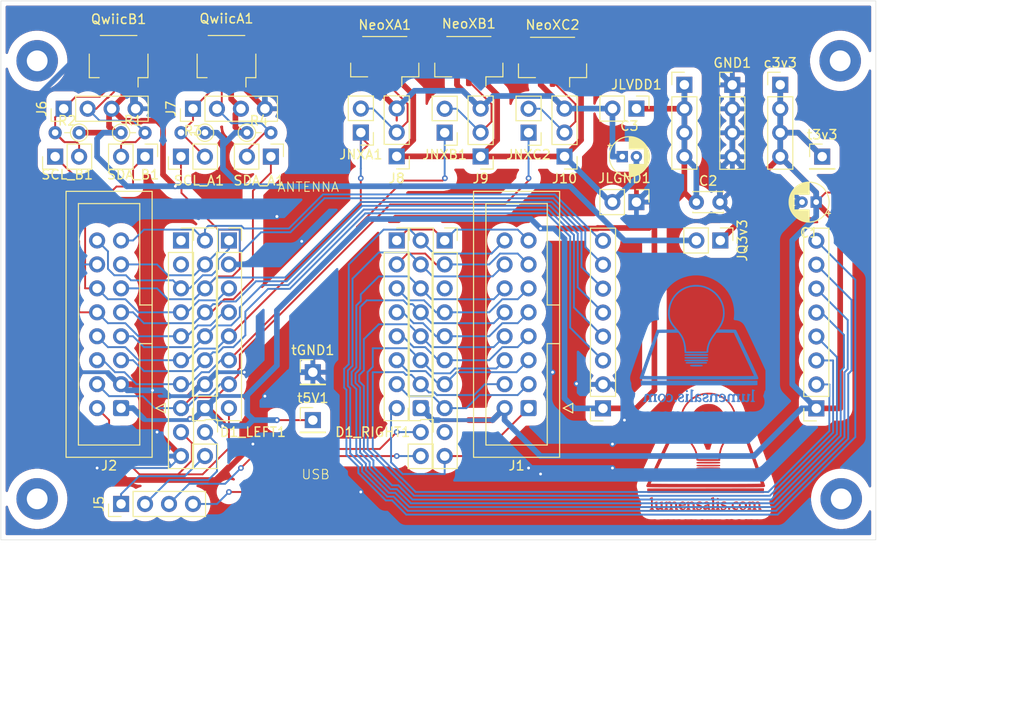
<source format=kicad_pcb>
(kicad_pcb (version 20241229) (generator "pcbnew") (generator_version "9.0")
  (layers (0 "F.Cu" signal) (2 "B.Cu" signal) (13 "F.Paste" user) (15 "B.Paste" user) (5 "F.SilkS" user "F.Silkscreen") (7 "B.SilkS" user "B.Silkscreen") (1 "F.Mask" user) (3 "B.Mask" user) (25 "Edge.Cuts" user))
  (net 0 "")
  (net 1 "D1M_D3")
  (net 2 "D1M_VDD")
  (net 3 "D1M_D1")
  (net 4 "D1M_D2")
  (net 5 "D1M_TX")
  (net 6 "D1M_GND")
  (net 7 "D1M_RX")
  (net 8 "D1M_D4")
  (net 9 "D1M_D5")
  (net 10 "D1M_A0")
  (net 11 "D1M_D7")
  (net 12 "D1M_RST")
  (net 13 "D1M_D8")
  (net 14 "D1M_D0")
  (net 15 "D1M_3V3")
  (net 16 "D1M_D6")
  (net 21 "SML_7")
  (net 22 "SML_4")
  (net 23 "NXA_DOUT")
  (net 24 "SML_3")
  (net 25 "NXB_DOUT")
  (net 26 "SML_8")
  (net 27 "SML_1")
  (net 28 "SMR_2")
  (net 29 "SMR_5")
  (net 30 "SMR_4")
  (net 31 "SMR_3")
  (net 32 "SMR_1")
  (net 33 "SMR_6")
  (net 34 "SMR_7")
  (net 35 "SMR_8")
  (net 36 "QB_SCL")
  (net 37 "QB_SDA")
  (net 38 "QA_SCL")
  (net 39 "QA_SDA")
  (net 40 "LEDVIN")
  (net 41 "LEDGND")
  (net 42 "SML_6")
  (net 43 "SML_5")
  (net 44 "NXC_DOUT")
  (net 45 "Net-(J3-Pin_1)")
  (net 46 "Net-(J3-Pin_2)")
  (net 47 "Net-(J4-Pin_1)")
  (net 48 "Net-(J4-Pin_2)")
  (net 49 "Qwiic3v3")
  (footprint "Connector_JST:JST_GH_SM03B-GHS-TB_1x03-1MP_P1.25mm_Horizontal" (layer "F.Cu") (at 168.91 82.615 180)
    (property "Reference" "NeoXC2")
    (property "Value" "Conn_01x03_MountingPin" (hide yes))
  )
  (footprint "Resistor_THT:R_Axial_DIN0204_L3.6mm_D1.6mm_P2.54mm_Vertical" (layer "F.Cu") (at 132.08 90.17 180)
    (property "Reference" "R3")
    (property "Value" "4K7")
  )
  (footprint "Capacitor_THT:CP_Radial_D4.0mm_P1.50mm" (layer "F.Cu") (at 196.85 97.531828 180)
    (property "Reference" "C1")
    (property "Value" "1000uF")
  )
  (footprint "Connector_PinSocket_2.54mm:PinSocket_1x08_P2.54mm_Vertical" (layer "F.Cu") (at 174.256729 119.404305 180)
    (property "Reference" "D1B_LEFT1" (hide yes))
    (property "Value" "Conn_01x08" (hide yes))
  )
  (footprint "Connector_PinSocket_2.54mm:PinSocket_1x10_P2.54mm_Vertical" (layer "F.Cu") (at 157.48 101.6)
    (property "Reference" "MPLUS_RIGHT1" (hide yes))
    (property "Value" "Conn_01x10" (hide yes))
  )
  (footprint "Connector_PinHeader_2.54mm:PinHeader_1x04_P2.54mm_Vertical" (layer "F.Cu") (at 117.108053 87.63 90)
    (property "Reference" "J6")
    (property "Value" "Conn_01x04" (hide yes))
  )
  (footprint "Connector_PinHeader_2.54mm:PinHeader_1x03_P2.54mm_Vertical" (layer "F.Cu") (at 170.18 92.695 180)
    (property "Reference" "J10")
    (property "Value" "Conn_01x03" (hide yes))
  )
  (footprint "Connector_IDC:IDC-Header_2x08_P2.54mm_Vertical" (layer "F.Cu") (at 123.19 119.38 180)
    (property "Reference" "J2")
    (property "Value" "BB_LEFT")
  )
  (footprint "Connector_IDC:IDC-Header_2x08_P2.54mm_Vertical" (layer "F.Cu") (at 166.37 119.38 180)
    (property "Reference" "J1")
    (property "Value" "BB_RIGHT")
  )
  (footprint "Connector_PinHeader_2.54mm:PinHeader_1x02_P2.54mm_Vertical" (layer "F.Cu") (at 157.48 90.17 180)
    (property "Reference" "JNXB1")
    (property "Value" "SolderJumper_2_Bridged" (hide yes))
  )
  (footprint "Lumensalis:LSLogo1" (layer "F.Cu") (at 185.42 127)
    (property "Reference" "G***" (hide yes))
    (property "Value" "LOGO" (hide yes))
  )
  (footprint "MountingHole:MountingHole_2.2mm_M2_Pad" (layer "F.Cu") (at 114.3 82.55)
    (property "Reference" "REF**" (hide yes))
    (property "Value" "MountingHole_2.2mm_M2_Pad" (hide yes))
  )
  (footprint "MountingHole:MountingHole_2.2mm_M2_Pad" (layer "F.Cu") (at 199.39 82.55)
    (property "Reference" "REF**" (hide yes))
    (property "Value" "MountingHole_2.2mm_M2_Pad" (hide yes))
  )
  (footprint "MountingHole:MountingHole_2.2mm_M2_Pad" (layer "F.Cu") (at 199.5 129)
    (property "Reference" "REF**" (hide yes))
    (property "Value" "MountingHole_2.2mm_M2_Pad" (hide yes))
  )
  (footprint "Connector_PinHeader_2.54mm:PinHeader_1x04_P2.54mm_Vertical" (layer "F.Cu") (at 187.96 85.1)
    (property "Reference" "GND1")
    (property "Value" "Conn_01x04_Pin" (hide yes))
  )
  (footprint "Connector_PinHeader_2.54mm:PinHeader_1x01_P2.54mm_Vertical" (layer "F.Cu") (at 197.485 92.71)
    (property "Reference" "t3v3")
    (property "Value" "TestPoint")
  )
  (footprint "Connector_PinHeader_2.54mm:PinHeader_1x02_P2.54mm_Vertical" (layer "F.Cu") (at 129.535 92.71 90)
    (property "Reference" "SCL_A1")
    (property "Value" "SolderJumper_2_Bridged" (hide yes))
  )
  (footprint "Connector_PinSocket_2.54mm:PinSocket_1x08_P2.54mm_Vertical" (layer "F.Cu") (at 132.08 119.38 180)
    (property "Reference" "D1_LEFT1")
    (property "Value" "Conn_01x08" (hide yes))
  )
  (footprint "Connector_JST:JST_GH_SM03B-GHS-TB_1x03-1MP_P1.25mm_Horizontal" (layer "F.Cu") (at 151.13 82.535 180)
    (property "Reference" "NeoXA1")
    (property "Value" "Conn_01x03_MountingPin" (hide yes))
  )
  (footprint "Connector_PinSocket_2.54mm:PinSocket_1x10_P2.54mm_Vertical" (layer "F.Cu") (at 129.54 101.6)
    (property "Reference" "MPLUS_LEFT1" (hide yes))
    (property "Value" "Conn_01x10" (hide yes))
  )
  (footprint "Connector_PinSocket_2.54mm:PinSocket_1x08_P2.54mm_Vertical" (layer "F.Cu") (at 196.862729 119.404305 180)
    (property "Reference" "D1B_RIGHT1" (hide yes))
    (property "Value" "Conn_01x08" (hide yes))
  )
  (footprint "Connector_PinHeader_2.54mm:PinHeader_1x03_P2.54mm_Vertical" (layer "F.Cu") (at 161.29 92.695 180)
    (property "Reference" "J9")
    (property "Value" "Conn_01x03" (hide yes))
  )
  (footprint "Connector_PinHeader_2.54mm:PinHeader_1x02_P2.54mm_Vertical" (layer "F.Cu") (at 177.8 97.531828 -90)
    (property "Reference" "JLGND1")
    (property "Value" "NPGND" (hide yes))
  )
  (footprint "Resistor_THT:R_Axial_DIN0204_L3.6mm_D1.6mm_P2.54mm_Vertical" (layer "F.Cu") (at 123.19 90.17)
    (property "Reference" "R1")
    (property "Value" "4K7" (hide yes))
  )
  (footprint "Connector_PinHeader_2.54mm:PinHeader_1x04_P2.54mm_Vertical" (layer "F.Cu") (at 130.81 87.63 90)
    (property "Reference" "J7")
    (property "Value" "Conn_01x04" (hide yes))
  )
  (footprint "Resistor_THT:R_Axial_DIN0204_L3.6mm_D1.6mm_P2.54mm_Vertical" (layer "F.Cu") (at 118.745 90.17 180)
    (property "Reference" "R2")
    (property "Value" "4K7")
  )
  (footprint "Connector_PinSocket_2.54mm:PinSocket_1x08_P2.54mm_Vertical" (layer "F.Cu") (at 154.94 119.38 180)
    (property "Reference" "D1_RIGHT1")
    (property "Value" "Conn_01x08" (hide yes))
  )
  (footprint "Capacitor_THT:CP_Radial_D4.0mm_P1.50mm" (layer "F.Cu") (at 176.3 92.71)
    (property "Reference" "C3")
    (property "Value" "1000uF")
  )
  (footprint "Connector_PinHeader_2.54mm:PinHeader_1x02_P2.54mm_Vertical" (layer "F.Cu") (at 186.69 101.6 -90)
    (property "Reference" "JQ3v3")
    (property "Value" "SolderJumper_2_Bridged" (hide yes))
  )
  (footprint "Connector_PinHeader_2.54mm:PinHeader_1x02_P2.54mm_Vertical" (layer "F.Cu") (at 125.73 92.71 -90)
    (property "Reference" "SDA_B1")
    (property "Value" "SolderJumper_2_Bridged" (hide yes))
  )
  (footprint "Connector_PinSocket_2.54mm:PinSocket_1x08_P2.54mm_Vertical" (layer "F.Cu") (at 152.4 101.6)
    (property "Reference" "SMINI_RIGHT1" (hide yes))
    (property "Value" "Conn_01x08" (hide yes))
  )
  (footprint "Connector_PinHeader_2.54mm:PinHeader_1x02_P2.54mm_Vertical" (layer "F.Cu") (at 148.597073 90.155 180)
    (property "Reference" "JNXA1")
    (property "Value" "SolderJumper_2_Bridged" (hide yes))
  )
  (footprint "Resistor_THT:R_Axial_DIN0204_L3.6mm_D1.6mm_P2.54mm_Vertical" (layer "F.Cu") (at 136.525 90.17)
    (property "Reference" "R4")
    (property "Value" "4K7" (hide yes))
  )
  (footprint "Connector_PinHeader_2.54mm:PinHeader_1x04_P2.54mm_Vertical" (layer "F.Cu") (at 123.19 129.54 90)
    (property "Reference" "J5")
    (property "Value" "Conn_01x04_Pin" (hide yes))
  )
  (footprint "Capacitor_THT:C_Disc_D3.0mm_W2.0mm_P2.50mm" (layer "F.Cu") (at 184.15 97.531828)
    (property "Reference" "C2")
    (property "Value" "2.2uF")
  )
  (footprint "Connector_PinHeader_2.54mm:PinHeader_1x01_P2.54mm_Vertical" (layer "F.Cu") (at 143.51 120.65)
    (property "Reference" "t5V1")
    (property "Value" "TestPoint")
  )
  (footprint "Connector_PinHeader_2.54mm:PinHeader_1x02_P2.54mm_Vertical" (layer "F.Cu") (at 177.8 87.615 -90)
    (property "Reference" "JLVDD1")
    (property "Value" "NPV+" (hide yes))
  )
  (footprint "Connector_PinHeader_2.54mm:PinHeader_1x04_P2.54mm_Vertical" (layer "F.Cu") (at 193.04 85.09)
    (property "Reference" "c3v3")
    (property "Value" "Conn_01x04_Pin" (hide yes))
  )
  (footprint "Connector_PinHeader_2.54mm:PinHeader_1x02_P2.54mm_Vertical" (layer "F.Cu") (at 139.065 92.71 -90)
    (property "Reference" "SDA_A1")
    (property "Value" "SolderJumper_2_Bridged" (hide yes))
  )
  (footprint "Connector_PinHeader_2.54mm:PinHeader_1x01_P2.54mm_Vertical" (layer "F.Cu") (at 143.51 115.57)
    (property "Reference" "tGND1")
    (property "Value" "TestPoint")
  )
  (footprint "Connector_PinHeader_2.54mm:PinHeader_1x02_P2.54mm_Vertical" (layer "F.Cu") (at 166.37 90.17 180)
    (property "Reference" "JNXC2")
    (property "Value" "SolderJumper_2_Bridged" (hide yes))
  )
  (footprint "Connector_PinHeader_2.54mm:PinHeader_1x02_P2.54mm_Vertical" (layer "F.Cu") (at 116.205 92.71 90)
    (property "Reference" "SCL_B1")
    (property "Value" "SolderJumper_2_Bridged" (hide yes))
  )
  (footprint "Connector_JST:JST_SH_SM04B-SRSS-TB_1x04-1MP_P1.00mm_Horizontal" (layer "F.Cu") (at 134.36 82.55 180)
    (property "Reference" "QwiicA1")
    (property "Value" "Conn_01x04_MountingPin" (hide yes))
  )
  (footprint "Connector_PinSocket_2.54mm:PinSocket_1x08_P2.54mm_Vertical" (layer "F.Cu") (at 134.62 101.6)
    (property "Reference" "SMINI_LEFT1" (hide yes))
    (property "Value" "Conn_01x08" (hide yes))
  )
  (footprint "Connector_PinHeader_2.54mm:PinHeader_1x03_P2.54mm_Vertical" (layer "F.Cu") (at 152.4 92.68 180)
    (property "Reference" "J8")
    (property "Value" "Conn_01x03" (hide yes))
  )
  (footprint "Connector_JST:JST_SH_SM04B-SRSS-TB_1x04-1MP_P1.00mm_Horizontal" (layer "F.Cu") (at 122.93 82.55 180)
    (property "Reference" "QwiicB1")
    (property "Value" "Conn_01x04_MountingPin" (hide yes))
  )
  (footprint "Connector_JST:JST_GH_SM03B-GHS-TB_1x03-1MP_P1.25mm_Horizontal" (layer "F.Cu") (at 160.04 82.535 180)
    (property "Reference" "NeoXB1")
    (property "Value" "Conn_01x03_MountingPin" (hide yes))
  )
  (footprint "Connector_PinHeader_2.54mm:PinHeader_1x04_P2.54mm_Vertical" (layer "F.Cu") (at 182.88 85.09)
    (property "Reference" "5V1" (hide yes))
    (property "Value" "Conn_01x04_Pin" (hide yes))
  )
  (footprint "Connector_PinSocket_2.54mm:PinSocket_1x02_P2.54mm_Vertical" (layer "F.Cu") (at 154.94 121.92)
    (property "Reference" "J4" (hide yes))
    (property "Value" "Conn_01x02" (hide yes))
  )
  (footprint "MountingHole:MountingHole_2.2mm_M2_Pad" (layer "F.Cu") (at 114.3 129)
    (property "Reference" "REF**" (hide yes))
    (property "Value" "MountingHole_2.2mm_M2_Pad" (hide yes))
  )
  (footprint "Connector_PinSocket_2.54mm:PinSocket_1x02_P2.54mm_Vertical" (layer "F.Cu") (at 132.08 121.92)
    (property "Reference" "J3" (hide yes))
    (property "Value" "Conn_01x02" (hide yes))
  )
  (footprint "Lumensalis:LSLogo1" (layer "B.Cu") (at 184.15 115.57 180)
    (property "Reference" "G***" (hide yes))
    (property "Value" "LOGO" (hide yes))
  )
  (gr_rect (start 110.46 76.2) (end 203.17 133.35) (stroke (width 0.05)) (fill no) (layer "Edge.Cuts"))
  (gr_text "USB" (at 142.24 127 0) (layer "F.SilkS") (effects (font (size 1 1) (thickness 0.1)) (justify left bottom)))
  (gr_text "ANTENNA\n" (at 139.7 96.52 0) (layer "F.SilkS") (effects (font (size 1 1) (thickness 0.1)) (justify left bottom)))
  (segment (start 133.231 110.609) (end 132.08 111.76) (width 0.2) (layer "B.Cu") (net 1))
  (segment (start 148.907527 98.321001) (end 140.899527 106.329) (width 0.2) (layer "B.Cu") (net 1))
  (segment (start 140.899527 106.329) (end 138.144194 106.329) (width 0.2) (layer "B.Cu") (net 1))
  (segment (start 138.144194 106.329) (end 135.771 108.702194) (width 0.2) (layer "B.Cu") (net 1))
  (segment (start 168.479564 98.321001) (end 148.907527 98.321001) (width 0.2) (layer "B.Cu") (net 1))
  (segment (start 123.19 111.76) (end 124.46 111.76) (width 0.2) (layer "B.Cu") (net 1))
  (segment (start 171.18 101.021437) (end 168.479564 98.321001) (width 0.2) (layer "B.Cu") (net 1))
  (segment (start 125.611 112.911) (end 130.929 112.911) (width 0.2) (layer "B.Cu") (net 1))
  (segment (start 130.929 112.911) (end 132.08 111.76) (width 0.2) (layer "B.Cu") (net 1))
  (segment (start 135.771 109.69676) (end 134.85876 110.609) (width 0.2) (layer "B.Cu") (net 1))
  (segment (start 134.85876 110.609) (end 133.231 110.609) (width 0.2) (layer "B.Cu") (net 1))
  (segment (start 135.771 108.702194) (end 135.771 109.69676) (width 0.2) (layer "B.Cu") (net 1))
  (segment (start 124.46 111.76) (end 125.611 112.911) (width 0.2) (layer "B.Cu") (net 1))
  (segment (start 171.18 108.707576) (end 171.18 101.021437) (width 0.2) (layer "B.Cu") (net 1))
  (segment (start 174.256729 111.784305) (end 171.18 108.707576) (width 0.2) (layer "B.Cu") (net 1))
  (segment (start 143.51 120.65) (end 139.7 120.65) (width 0.2) (layer "F.Cu") (net 2))
  (segment (start 132.08 119.42) (end 131 120.5) (width 0.6) (layer "F.Cu") (net 2))
  (segment (start 133.95 121.05) (end 133.95 121.25) (width 0.6) (layer "F.Cu") (net 2))
  (segment (start 179.126695 100.273305) (end 173.697126 100.273305) (width 0.6) (layer "F.Cu") (net 2))
  (segment (start 177.8 87.615) (end 182.865 87.615) (width 0.2) (layer "F.Cu") (net 2))
  (segment (start 179.705 99.695) (end 182.88 96.52) (width 0.6) (layer "F.Cu") (net 2))
  (segment (start 130.5 120.5) (end 130.5 120.531) (width 0.6) (layer "F.Cu") (net 2))
  (segment (start 173.640431 100.33) (end 167.64 100.33) (width 0.6) (layer "F.Cu") (net 2))
  (segment (start 182.88 87.63) (end 177.815 87.63) (width 0.6) (layer "F.Cu") (net 2))
  (segment (start 182.88 89.535) (end 182.88 87.63) (width 0.6) (layer "F.Cu") (net 2))
  (segment (start 182.88 85.09) (end 182.88 87.63) (width 0.6) (layer "F.Cu") (net 2))
  (segment (start 182.88 90.17) (end 182.88 89.535) (width 0.6) (layer "F.Cu") (net 2))
  (segment (start 179.705 117.475) (end 179.705 99.695) (width 0.6) (layer "F.Cu") (net 2))
  (segment (start 177.775695 119.404305) (end 179.705 117.475) (width 0.6) (layer "F.Cu") (net 2))
  (segment (start 134 121) (end 133.95 121.05) (width 0.6) (layer "F.Cu") (net 2))
  (segment (start 173.697126 100.273305) (end 173.640431 100.33) (width 0.6) (layer "F.Cu") (net 2))
  (segment (start 183.891828 97.531828) (end 182.88 96.52) (width 0.6) (layer "F.Cu") (net 2))
  (segment (start 182.88 92.71) (end 182.88 90.17) (width 0.6) (layer "F.Cu") (net 2))
  (segment (start 174.256729 119.404305) (end 177.775695 119.404305) (width 0.6) (layer "F.Cu") (net 2))
  (segment (start 131 120.5) (end 130.5 120.5) (width 0.6) (layer "F.Cu") (net 2))
  (segment (start 182.88 96.52) (end 182.88 92.71) (width 0.6) (layer "F.Cu") (net 2))
  (segment (start 132.38 119.38) (end 134 121) (width 0.6) (layer "F.Cu") (net 2))
  (segment (start 179.705 99.695) (end 179.126695 100.273305) (width 0.6) (layer "F.Cu") (net 2))
  (via (at 167.64 100.33) (size 0.6) (drill 0.3) (layers "F.Cu" "B.Cu") (net 2))
  (via (at 133.95 121.25) (size 0.6) (drill 0.3) (layers "F.Cu" "B.Cu") (net 2))
  (via (at 139.7 120.65) (size 0.6) (drill 0.3) (layers "F.Cu" "B.Cu") (net 2))
  (via (at 130.5 120.531) (size 0.6) (drill 0.3) (layers "F.Cu" "B.Cu") (net 2))
  (segment (start 136.459 118.091) (end 136.559 117.991) (width 0.4) (layer "B.Cu") (net 2))
  (segment (start 137.16 120.65) (end 136.56 121.25) (width 0.6) (layer "B.Cu") (net 2))
  (segment (start 133.95 121.25) (end 132.08 119.38) (width 0.6) (layer "B.Cu") (net 2))
  (segment (start 184.15 97.531828) (end 184.15 93.98) (width 0.6) (layer "B.Cu") (net 2))
  (segment (start 123.19 119.38) (end 124.46 119.38) (width 0.6) (layer "B.Cu") (net 2))
  (segment (start 182.88 90.17) (end 182.88 87.63) (width 0.6) (layer "B.Cu") (net 2))
  (segment (start 174.256729 119.404305) (end 171.247975 119.404305) (width 0.6) (layer "B.Cu") (net 2))
  (segment (start 124.46 119.38) (end 125.611 120.531) (width 0.6) (layer "B.Cu") (net 2))
  (segment (start 182.88 87.63) (end 182.88 85.09) (width 0.6) (layer "B.Cu") (net 2))
  (segment (start 125.724487 120.644487) (end 130.386513 120.644487) (width 0.4) (layer "B.Cu") (net 2))
  (segment (start 136.56 121.25) (end 133.95 121.25) (width 0.6) (layer "B.Cu") (net 2))
  (segment (start 170.18 101.435651) (end 169.074349 100.33) (width 0.6) (layer "B.Cu") (net 2))
  (segment (start 182.88 92.71) (end 182.88 90.17) (width 0.6) (layer "B.Cu") (net 2))
  (segment (start 130.5 120.531) (end 130.929 120.531) (width 0.6) (layer "B.Cu") (net 2))
  (segment (start 125.611 120.531) (end 125.724487 120.644487) (width 0.4) (layer "B.Cu") (net 2))
  (segment (start 133.569 118.091) (end 136.459 118.091) (width 0.4) (layer "B.Cu") (net 2))
  (segment (start 170.18 118.33633) (end 170.18 101.435651) (width 0.6) (layer "B.Cu") (net 2))
  (segment (start 136.559 117.991) (end 139.7 114.85) (width 0.6) (layer "B.Cu") (net 2))
  (segment (start 130.929 120.531) (end 132.08 119.38) (width 0.6) (layer "B.Cu") (net 2))
  (segment (start 133.469 117.991) (end 133.569 118.091) (width 0.4) (layer "B.Cu") (net 2))
  (segment (start 169.074349 100.33) (end 167.64 100.33) (width 0.6) (layer "B.Cu") (net 2))
  (segment (start 139.7 109.01904) (end 149.398039 99.321001) (width 0.6) (layer "B.Cu") (net 2))
  (segment (start 136.559 117.991) (end 136.559 119.981) (width 0.6) (layer "B.Cu") (net 2))
  (segment (start 149.398039 99.321001) (end 166.631001 99.321001) (width 0.6) (layer "B.Cu") (net 2))
  (segment (start 137.16 120.582) (end 137.16 120.65) (width 0.6) (layer "B.Cu") (net 2))
  (segment (start 139.7 114.85) (end 139.7 109.01904) (width 0.6) (layer "B.Cu") (net 2))
  (segment (start 130.386513 120.644487) (end 130.5 120.531) (width 0.4) (layer "B.Cu") (net 2))
  (segment (start 132.08 119.38) (end 133.469 117.991) (width 0.6) (layer "B.Cu") (net 2))
  (segment (start 139.7 120.65) (end 137.16 120.65) (width 0.6) (layer "B.Cu") (net 2))
  (segment (start 171.247975 119.404305) (end 170.18 118.33633) (width 0.6) (layer "B.Cu") (net 2))
  (segment (start 166.631001 99.321001) (end 167.64 100.33) (width 0.6) (layer "B.Cu") (net 2))
  (segment (start 136.559 119.981) (end 137.16 120.582) (width 0.6) (layer "B.Cu") (net 2))
  (segment (start 184.15 93.98) (end 182.88 92.71) (width 0.6) (layer "B.Cu") (net 2))
  (segment (start 133.479 100.449) (end 135.771 100.449) (width 0.2) (layer "F.Cu") (net 3))
  (segment (start 135.771 100.449) (end 135.771 104.61676) (width 0.2) (layer "F.Cu") (net 3))
  (segment (start 133.35 105.41) (end 132.08 106.68) (width 0.2) (layer "F.Cu") (net 3))
  (segment (start 129.589 96.559) (end 133.479 100.449) (width 0.2) (layer "F.Cu") (net 3))
  (segment (start 129.535 92.71) (end 129.535 95.527761) (width 0.2) (layer "F.Cu") (net 3))
  (segment (start 129.589 95.581761) (end 129.589 96.559) (width 0.2) (layer "F.Cu") (net 3))
  (segment (start 129.535 95.527761) (end 129.589 95.581761) (width 0.2) (layer "F.Cu") (net 3))
  (segment (start 134.97776 105.41) (end 133.35 105.41) (width 0.2) (layer "F.Cu") (net 3))
  (segment (start 135.771 104.61676) (end 134.97776 105.41) (width 0.2) (layer "F.Cu") (net 3))
  (segment (start 171.98 100.690067) (end 171.98 104.427576) (width 0.2) (layer "B.Cu") (net 3))
  (segment (start 130.929 107.831) (end 128.151 107.831) (width 0.2) (layer "B.Cu") (net 3))
  (segment (start 127 106.68) (end 123.19 106.68) (width 0.2) (layer "B.Cu") (net 3))
  (segment (start 140.568156 105.529) (end 148.576157 97.521001) (width 0.2) (layer "B.Cu") (net 3))
  (segment (start 132.08 106.68) (end 133.231 105.529) (width 0.2) (layer "B.Cu") (net 3))
  (segment (start 171.98 104.427576) (end 174.256729 106.704305) (width 0.2) (layer "B.Cu") (net 3))
  (segment (start 168.810934 97.521001) (end 171.98 100.690067) (width 0.2) (layer "B.Cu") (net 3))
  (segment (start 132.08 106.68) (end 130.929 107.831) (width 0.2) (layer "B.Cu") (net 3))
  (segment (start 133.231 105.529) (end 140.568156 105.529) (width 0.2) (layer "B.Cu") (net 3))
  (segment (start 148.576157 97.521001) (end 168.810934 97.521001) (width 0.2) (layer "B.Cu") (net 3))
  (segment (start 128.151 107.831) (end 127 106.68) (width 0.2) (layer "B.Cu") (net 3))
  (segment (start 137.16 105.76776) (end 135.09676 107.831) (width 0.2) (layer "F.Cu") (net 4))
  (segment (start 139.065 94.420189) (end 137.16 96.325189) (width 0.2) (layer "F.Cu") (net 4))
  (segment (start 137.16 96.325189) (end 137.16 105.76776) (width 0.2) (layer "F.Cu") (net 4))
  (segment (start 134.14324 107.831) (end 132.75424 109.22) (width 0.2) (layer "F.Cu") (net 4))
  (segment (start 139.065 93.345) (end 139.065 94.420189) (width 0.2) (layer "F.Cu") (net 4))
  (segment (start 135.09676 107.831) (end 134.14324 107.831) (width 0.2) (layer "F.Cu") (net 4))
  (segment (start 171.58 106.567576) (end 174.256729 109.244305) (width 0.2) (layer "B.Cu") (net 4))
  (segment (start 168.645249 97.921001) (end 171.58 100.855752) (width 0.2) (layer "B.Cu") (net 4))
  (segment (start 132.08 109.22) (end 132.95 108.35) (width 0.2) (layer "B.Cu") (net 4))
  (segment (start 137.489529 105.929) (end 140.733842 105.929) (width 0.2) (layer "B.Cu") (net 4))
  (segment (start 125.611 110.371) (end 124.46 109.22) (width 0.2) (layer "B.Cu") (net 4))
  (segment (start 132.08 109.22) (end 130.929 110.371) (width 0.2) (layer "B.Cu") (net 4))
  (segment (start 171.58 100.855752) (end 171.58 106.567576) (width 0.2) (layer "B.Cu") (net 4))
  (segment (start 140.733842 105.929) (end 148.741842 97.921001) (width 0.2) (layer "B.Cu") (net 4))
  (segment (start 132.95 108.35) (end 133.515686 108.35) (width 0.2) (layer "B.Cu") (net 4))
  (segment (start 148.741842 97.921001) (end 168.645249 97.921001) (width 0.2) (layer "B.Cu") (net 4))
  (segment (start 124.46 109.22) (end 123.19 109.22) (width 0.2) (layer "B.Cu") (net 4))
  (segment (start 133.796686 108.069) (end 135.349529 108.069) (width 0.2) (layer "B.Cu") (net 4))
  (segment (start 135.349529 108.069) (end 137.489529 105.929) (width 0.2) (layer "B.Cu") (net 4))
  (segment (start 133.515686 108.35) (end 133.796686 108.069) (width 0.2) (layer "B.Cu") (net 4))
  (segment (start 130.929 110.371) (end 125.611 110.371) (width 0.2) (layer "B.Cu") (net 4))
  (segment (start 123.19 101.6) (end 124.46 101.6) (width 0.2) (layer "B.Cu") (net 5))
  (segment (start 174.048437 101.624305) (end 169.142133 96.718001) (width 0.2) (layer "B.Cu") (net 5))
  (segment (start 169.142133 96.718001) (end 144.579171 96.718001) (width 0.2) (layer "B.Cu") (net 5))
  (segment (start 140.967172 100.33) (end 136.217685 100.33) (width 0.2) (layer "B.Cu") (net 5))
  (segment (start 132.08 100.397919) (end 132.08 101.6) (width 0.2) (layer "B.Cu") (net 5))
  (segment (start 132.428919 100.049) (end 132.08 100.397919) (width 0.2) (layer "B.Cu") (net 5))
  (segment (start 125.611 100.449) (end 130.929 100.449) (width 0.2) (layer "B.Cu") (net 5))
  (segment (start 135.936685 100.049) (end 132.428919 100.049) (width 0.2) (layer "B.Cu") (net 5))
  (segment (start 130.929 100.449) (end 132.08 101.6) (width 0.2) (layer "B.Cu") (net 5))
  (segment (start 124.46 101.6) (end 125.611 100.449) (width 0.2) (layer "B.Cu") (net 5))
  (segment (start 144.579171 96.718001) (end 140.967172 100.33) (width 0.2) (layer "B.Cu") (net 5))
  (segment (start 136.217685 100.33) (end 135.936685 100.049) (width 0.2) (layer "B.Cu") (net 5))
  (segment (start 187.96 87.64) (end 187.96 85.1) (width 0.6) (layer "F.Cu") (net 6))
  (segment (start 152.4 132.08) (end 161.925 132.08) (width 0.6) (layer "F.Cu") (net 6))
  (segment (start 128.151 118.229) (end 128.27 118.11) (width 0.4) (layer "F.Cu") (net 6))
  (segment (start 184.125 81.265) (end 187.96 85.1) (width 0.4) (layer "F.Cu") (net 6))
  (segment (start 187.96 90.18) (end 187.96 87.64) (width 0.6) (layer "F.Cu") (net 6))
  (segment (start 168.91 118.11) (end 170.389002 116.630998) (width 0.6) (layer "F.Cu") (net 6))
  (segment (start 180.34 82.55) (end 185.41 82.55) (width 0.2) (layer "F.Cu") (net 6))
  (segment (start 147.52 80.675) (end 148.03 81.185) (width 0.4) (layer "F.Cu") (net 6))
  (segment (start 125.849 118.229) (end 127 118.229) (width 0.6) (layer "F.Cu") (net 6))
  (segment (start 186.65 97.531828) (end 186.65 94.03) (width 0.6) (layer "F.Cu") (net 6))
  (segment (start 148.59 128.27) (end 152.4 132.08) (width 0.6) (layer "F.Cu") (net 6))
  (segment (start 187.96 92.72) (end 187.96 90.18) (width 0.6) (layer "F.Cu") (net 6))
  (segment (start 163.14 81.185) (end 165.73 81.185) (width 0.4) (layer "F.Cu") (net 6))
  (segment (start 138.43 118.11) (end 138.43 121.92) (width 0.6) (layer "F.Cu") (net 6))
  (segment (start 129.54 124.46) (end 127 121.92) (width 0.6) (layer "F.Cu") (net 6))
  (segment (start 124.46 116.84) (end 125.849 118.229) (width 0.6) (layer "F.Cu") (net 6))
  (segment (start 123.19 116.84) (end 124.46 116.84) (width 0.6) (layer "F.Cu") (net 6))
  (segment (start 138.43 121.92) (end 137.16 123.19) (width 0.6) (layer "F.Cu") (net 6))
  (segment (start 124.46 87.361947) (end 124.46 84.58) (width 0.6) (layer "F.Cu") (net 6))
  (segment (start 168.91 123.19) (end 168.91 118.11) (width 0.6) (layer "F.Cu") (net 6))
  (segment (start 186.65 94.03) (end 187.96 92.72) (width 0.6) (layer "F.Cu") (net 6))
  (segment (start 170.389002 116.630998) (end 171.293874 116.630998) (width 0.6) (layer "F.Cu") (net 6))
  (segment (start 127 121.92) (end 127 118.229) (width 0.6) (layer "F.Cu") (net 6))
  (segment (start 127 118.229) (end 127 117.759239) (width 0.6) (layer "F.Cu") (net 6))
  (segment (start 139.7 99.06) (end 142.33 101.69) (width 0.6) (layer "F.Cu") (net 6))
  (segment (start 171.293874 116.630998) (end 171.45 116.787124) (width 0.6) (layer "F.Cu") (net 6))
  (segment (start 129.54 124.46) (end 128.389 123.309) (width 0.2) (layer "F.Cu") (net 6))
  (segment (start 138.43 118.11) (end 138.43 117.25) (width 0.6) (layer "F.Cu") (net 6))
  (segment (start 166.37 125.73) (end 168.91 123.19) (width 0.6) (layer "F.Cu") (net 6))
  (segment (start 136.75 115.57) (end 136.25 115.57) (width 0.6) (layer "F.Cu") (net 6))
  (segment (start 161.925 132.08) (end 167.64 126.365) (width 0.6) (layer "F.Cu") (net 6))
  (segment (start 135.89 84.6) (end 135.89 85.09) (width 0.6) (layer "F.Cu") (net 6))
  (segment (start 138.43 117.25) (end 136.75 115.57) (width 0.6) (layer "F.Cu") (net 6))
  (segment (start 131.40576 116.84) (end 130.13576 118.11) (width 0.2) (layer "F.Cu") (net 6))
  (segment (start 121.921 127.001) (end 120.65 125.73) (width 0.6) (layer "F.Cu") (net 6))
  (segment (start 137.16 80.675) (end 147.52 80.675) (width 0.4) (layer "F.Cu") (net 6))
  (segment (start 168.91 115.57) (end 168.91 118.11) (width 0.2) (layer "F.Cu") (net 6))
  (segment (start 172.01 81.265) (end 184.125 81.265) (width 0.4) (layer "F.Cu") (net 6))
  (segment (start 127 117.759239) (end 126.730761 117.49) (width 0.6) (layer "F.Cu") (net 6))
  (segment (start 133.349 127.001) (end 121.921 127.001) (width 0.6) (layer "F.Cu") (net 6))
  (segment (start 175.26 125.73) (end 175.26 123.19) (width 0.6) (layer "F.Cu") (net 6))
  (segment (start 127 118.229) (end 128.151 118.229) (width 0.4) (layer "F.Cu") (net 6))
  (segment (start 130.13576 118.11) (end 128.27 118.11) (width 0.2) (layer "F.Cu") (net 6))
  (segment (start 135.89 85.09) (end 138.43 87.63) (width 0.6) (layer "F.Cu") (net 6))
  (segment (start 137.16 123.19) (end 133.349 127.001) (width 0.6) (layer "F.Cu") (net 6))
  (segment (start 126.730761 117.49) (end 126.516159 117.49) (width 0.6) (layer "F.Cu") (net 6))
  (segment (start 156.94 81.185) (end 154.23 81.185) (width 0.4) (layer "F.Cu") (net 6))
  (segment (start 185.41 82.55) (end 187.96 85.1) (width 0.2) (layer "F.Cu") (net 6))
  (via (at 138.43 118.11) (size 0.6) (drill 0.3) (layers "F.Cu" "B.Cu") (net 6))
  (via (at 142.33 101.69) (size 0.6) (drill 0.3) (layers "F.Cu" "B.Cu") (net 6))
  (via (at 168.91 115.57) (size 0.6) (drill 0.3) (layers "F.Cu" "B.Cu") (net 6))
  (via (at 127 121.92) (size 0.6) (drill 0.3) (layers "F.Cu" "B.Cu") (net 6))
  (via (at 139.700002 99.06) (size 0.6) (drill 0.3) (layers "F.Cu" "B.Cu") (net 6))
  (via (at 139.7 99.06) (size 0.6) (drill 0.3) (layers "F.Cu" "B.Cu") (net 6))
  (via (at 175.26 125.73) (size 0.6) (drill 0.3) (layers "F.Cu" "B.Cu") (net 6))
  (via (at 171.45 116.787124) (size 0.6) (drill 0.3) (layers "F.Cu" "B.Cu") (net 6))
  (via (at 120.65 125.73) (size 0.6) (drill 0.3) (layers "F.Cu" "B.Cu") (net 6))
  (via (at 136.25 115.57) (size 0.6) (drill 0.3) (layers "F.Cu" "B.Cu") (net 6))
  (via (at 137.16 123.19) (size 0.6) (drill 0.3) (layers "F.Cu" "B.Cu") (net 6))
  (via (at 176.53 120.65) (size 0.6) (drill 0.3) (layers "F.Cu" "B.Cu") (net 6))
  (via (at 166.37 125.73) (size 0.6) (drill 0.3) (layers "F.Cu" "B.Cu") (net 6))
  (via (at 148.59 128.27) (size 0.6) (drill 0.3) (layers "F.Cu" "B.Cu") (net 6))
  (via (at 126.516159 117.49) (size 0.6) (drill 0.3) (layers "F.Cu" "B.Cu") (net 6))
  (via (at 167.64 126.365) (size 0.6) (drill 0.3) (layers "F.Cu" "B.Cu") (net 6))
  (via (at 175.26 123.19) (size 0.6) (drill 0.3) (layers "F.Cu" "B.Cu") (net 6))
  (segment (start 176.48367 118.06367) (end 175.284305 116.864305) (width 0.6) (layer "B.Cu") (net 6))
  (segment (start 167.005 125.73) (end 167.64 126.365) (width 0.6) (layer "B.Cu") (net 6))
  (segment (start 143.51 115.57) (end 140.97 115.57) (width 0.6) (layer "B.Cu") (net 6))
  (segment (start 123.19 116.84) (end 123.84 117.49) (width 0.6) (layer "B.Cu") (net 6))
  (segment (start 175.284305 116.864305) (end 174.256729 116.864305) (width 0.6) (layer "B.Cu") (net 6))
  (segment (start 128.27 118.11) (end 130.444586 118.11) (width 0.4) (layer "B.Cu") (net 6))
  (segment (start 146.05 118.11) (end 146.05 125.73) (width 0.6) (layer "B.Cu") (net 6))
  (segment (start 127.65 117.49) (end 126.516159 117.49) (width 0.6) (layer "B.Cu") (net 6))
  (segment (start 121.84365 115.57) (end 121.881825 115.608175) (width 0.4) (layer "B.Cu") (net 6))
  (segment (start 115.57 99.06) (end 139.7 99.06) (width 0.6) (layer "B.Cu") (net 6))
  (segment (start 140.97 115.57) (end 138.43 118.11) (width 0.6) (layer "B.Cu") (net 6))
  (segment (start 195.35 97.531828) (end 194.338172 96.52) (width 0.4) (layer "B.Cu") (net 6))
  (segment (start 113.03 87.639791) (end 113.03 96.52) (width 0.6) (layer "B.Cu") (net 6))
  (segment (start 131.714586 116.84) (end 130.627293 117.927293) (width 0.6) (layer "B.Cu") (net 6))
  (segment (start 127 121.92) (end 118.11 121.92) (width 0.2) (layer "B.Cu") (net 6))
  (segment (start 192.771828 97.531828) (end 187.96 92.72) (width 0.6) (layer "B.Cu") (net 6))
  (segment (start 187.96 90.18) (end 187.96 87.64) (width 0.6) (layer "B.Cu") (net 6))
  (segment (start 181.61 81.28) (end 184.14 81.28) (width 0.6) (layer "B.Cu") (net 6))
  (segment (start 115.57 104.14) (end 120.65 104.14) (width 0.2) (layer "B.Cu") (net 6))
  (segment (start 187.97 92.72) (end 191.77 96.52) (width 0.2) (layer "B.Cu") (net 6))
  (segment (start 191.77 98.533656) (end 191.77 119.38) (width 0.6) (layer "B.Cu") (net 6))
  (segment (start 180.34 94.991828) (end 180.34 82.55) (width 0.6) (layer "B.Cu") (net 6))
  (segment (start 118.11 115.57) (end 115.57 113.03) (width 0.6) (layer "B.Cu") (net 6))
  (segment (start 118.11 119.38) (end 118.11 115.57) (width 0.6) (layer "B.Cu") (net 6))
  (segment (start 176.48367 120.65) (end 190.5 120.65) (width 0.2) (layer "B.Cu") (net 6))
  (segment (start 194.338172 96.52) (end 191.76 96.52) (width 0.4) (layer "B.Cu") (net 6))
  (segment (start 190.5 120.65) (end 176.53 120.65) (width 0.6) (layer "B.Cu") (net 6))
  (segment (start 118.11 121.92) (end 120.65 124.46) (width 0.2) (layer "B.Cu") (net 6))
  (segment (start 172.697975 116.817975) (end 172.697975 115.477777) (width 0.2) (layer "B.Cu") (net 6))
  (segment (start 187.96 92.72) (end 187.96 90.18) (width 0.6) (layer "B.Cu") (net 6))
  (segment (start 166.37 125.73) (end 167.005 125.73) (width 0.6) (layer "B.Cu") (net 6))
  (segment (start 129.54 124.46) (end 128.27 125.73) (width 0.2) (layer "B.Cu") (net 6))
  (segment (start 139.88 104.14) (end 142.33 101.69) (width 0.6) (layer "B.Cu") (net 6))
  (segment (start 115.57 104.14) (end 115.57 101.6) (width 0.6) (layer "B.Cu") (net 6))
  (segment (start 176.53 121.92) (end 175.26 123.19) (width 0.6) (layer "B.Cu") (net 6))
  (segment (start 175.26 125.73) (end 166.37 125.73) (width 0.6) (layer "B.Cu") (net 6))
  (segment (start 118.11 99.06) (end 139.700002 99.06) (width 0.2) (layer "B.Cu") (net 6))
  (segment (start 118.11 99.06) (end 115.57 99.06) (width 0.2) (layer "B.Cu") (net 6))
  (segment (start 184.14 81.28) (end 187.96 85.1) (width 0.6) (layer "B.Cu") (net 6))
  (segment (start 172.697975 115.477777) (end 172.105734 114.885536) (width 0.2) (layer "B.Cu") (net 6))
  (segment (start 124.46 82.55) (end 124.46 87.361947) (width 0.6) (layer "B.Cu") (net 6))
  (segment (start 176.48367 120.65) (end 176.48367 118.06367) (width 0.6) (layer "B.Cu") (net 6))
  (segment (start 120.65 121.92) (end 118.11 119.38) (width 0.6) (layer "B.Cu") (net 6))
  (segment (start 127 121.92) (end 120.65 121.92) (width 0.6) (layer "B.Cu") (net 6))
  (segment (start 113.03 96.52) (end 115.57 99.06) (width 0.6) (layer "B.Cu") (net 6))
  (segment (start 176.53 120.65) (end 176.48367 120.65) (width 0.6) (layer "B.Cu") (net 6))
  (segment (start 191.76 96.52) (end 187.96 92.72) (width 0.2) (layer "B.Cu") (net 6))
  (segment (start 180.34 82.55) (end 181.61 81.28) (width 0.6) (layer "B.Cu") (net 6))
  (segment (start 138.43 85.09) (end 135.89 82.55) (width 0.6) (layer "B.Cu") (net 6))
  (segment (start 146.05 118.11) (end 143.51 115.57) (width 0.6) (layer "B.Cu") (net 6))
  (segment (start 128.27 125.73) (end 120.65 125.73) (width 0.2) (layer "B.Cu") (net 6))
  (segment (start 176.53 120.65) (end 176.53 121.92) (width 0.6) (layer "B.Cu") (net 6))
  (segment (start 115.57 113.03) (end 115.57 104.14) (width 0.6) (layer "B.Cu") (net 6))
  (segment (start 130.444586 118.11) (end 130.627293 117.927293) (width 0.4) (layer "B.Cu") (net 6))
  (segment (start 138.43 87.63) (end 138.43 85.09) (width 0.6) (layer "B.Cu") (net 6))
  (segment (start 172.620794 116.787124) (end 171.45 116.787124) (width 0.6) (layer "B.Cu") (net 6))
  (segment (start 115.57 99.06) (end 115.57 104.14) (width 0.6) (layer "B.Cu") (net 6))
  (segment (start 139.7 99.06) (end 139.700002 99.06) (width 0.2) (layer "B.Cu") (net 6))
  (segment (start 191.77 119.38) (end 191.77 96.52) (width 0.2) (layer "B.Cu") (net 6))
  (segment (start 115.57 101.6) (end 118.11 99.06) (width 0.6) (layer "B.Cu") (net 6))
  (segment (start 187.96 87.64) (end 187.96 85.1) (width 0.6) (layer "B.Cu") (net 6))
  (segment (start 132.08 116.84) (end 133.35 115.57) (width 0.6) (layer "B.Cu") (net 6))
  (segment (start 191.77 119.38) (end 190.5 120.65) (width 0.6) (layer "B.Cu") (net 6))
  (segment (start 186.65 94.03) (end 187.96 92.72) (width 0.6) (layer "B.Cu") (net 6))
  (segment (start 128.27 118.11) (end 127.65 117.49) (width 0.6) (layer "B.Cu") (net 6))
  (segment (start 191.77 96.52) (end 191.76 96.52) (width 0.2) (layer "B.Cu") (net 6))
  (segment (start 186.65 97.531828) (end 186.65 94.03) (width 0.6) (layer "B.Cu") (net 6))
  (segment (start 123.84 117.49) (end 126.516159 117.49) (width 0.6) (layer "B.Cu") (net 6))
  (segment (start 195.35 97.531828) (end 192.771828 97.531828) (width 0.6) (layer "B.Cu") (net 6))
  (segment (start 120.65 124.46) (end 120.65 125.73) (width 0.2) (layer "B.Cu") (net 6))
  (segment (start 192.771828 97.531828) (end 191.77 98.533656) (width 0.6) (layer "B.Cu") (net 6))
  (segment (start 134.62 104.14) (end 139.88 104.14) (width 0.6) (layer "B.Cu") (net 6))
  (segment (start 135.89 82.55) (end 118.119791 82.55) (width 0.6) (layer "B.Cu") (net 6))
  (segment (start 136.25 115.57) (end 133.35 115.57) (width 0.4) (layer "B.Cu") (net 6))
  (segment (start 118.11 115.57) (end 121.84365 115.57) (width 0.4) (layer "B.Cu") (net 6))
  (segment (start 177.8 97.531828) (end 180.34 94.991828) (width 0.6) (layer "B.Cu") (net 6))
  (segment (start 118.11 121.92) (end 118.11 119.38) (width 0.2) (layer "B.Cu") (net 6))
  (segment (start 118.119791 82.55) (end 113.03 87.639791) (width 0.6) (layer "B.Cu") (net 6))
  (segment (start 146.05 125.73) (end 148.59 128.27) (width 0.6) (layer "B.Cu") (net 6))
  (segment (start 122.97223 116.84) (end 121.811115 115.678885) (width 0.6) (layer "B.Cu") (net 6))
  (segment (start 132.08 104.14) (end 133.469 102.751) (width 0.2) (layer "B.Cu") (net 7))
  (segment (start 135.771 102.751) (end 136.009 102.751) (width 0.2) (layer "B.Cu") (net 7))
  (segment (start 127 104.14) (end 123.19 104.14) (width 0.2) (layer "B.Cu") (net 7))
  (segment (start 141.135686 100.73) (end 144.745685 97.120001) (width 0.2) (layer "B.Cu") (net 7))
  (segment (start 168.975619 97.120001) (end 172.38 100.524382) (width 0.2) (layer "B.Cu") (net 7))
  (segment (start 133.469 102.751) (end 133.469 100.449) (width 0.2) (layer "B.Cu") (net 7))
  (segment (start 172.38 100.524382) (end 172.38 102.287576) (width 0.2) (layer "B.Cu") (net 7))
  (segment (start 128.151 105.291) (end 127 104.14) (width 0.2) (layer "B.Cu") (net 7))
  (segment (start 144.745685 97.120001) (end 168.975619 97.120001) (width 0.2) (layer "B.Cu") (net 7))
  (segment (start 136.009 102.751) (end 138.03 100.73) (width 0.2) (layer "B.Cu") (net 7))
  (segment (start 133.469 100.449) (end 135.771 100.449) (width 0.2) (layer "B.Cu") (net 7))
  (segment (start 135.771 100.449) (end 135.771 102.751) (width 0.2) (layer "B.Cu") (net 7))
  (segment (start 132.08 104.14) (end 130.929 105.291) (width 0.2) (layer "B.Cu") (net 7))
  (segment (start 130.929 105.291) (end 128.151 105.291) (width 0.2) (layer "B.Cu") (net 7))
  (segment (start 138.03 100.73) (end 141.135686 100.73) (width 0.2) (layer "B.Cu") (net 7))
  (segment (start 172.38 102.287576) (end 174.256729 104.164305) (width 0.2) (layer "B.Cu") (net 7))
  (segment (start 170.78 101.187123) (end 168.313878 98.721001) (width 0.2) (layer "B.Cu") (net 8))
  (segment (start 149.073213 98.721001) (end 141.065212 106.729) (width 0.2) (layer "B.Cu") (net 8))
  (segment (start 141.065212 106.729) (end 138.772243 106.729) (width 0.2) (layer "B.Cu") (net 8))
  (segment (start 133.481735 113.46395) (end 132.91605 113.46395) (width 0.2) (layer "B.Cu") (net 8))
  (segment (start 130.929 115.451) (end 125.611 115.451) (width 0.2) (layer "B.Cu") (net 8))
  (segment (start 134.034686 112.911) (end 133.481735 113.46395) (width 0.2) (layer "B.Cu") (net 8))
  (segment (start 168.313878 98.721001) (end 149.073213 98.721001) (width 0.2) (layer "B.Cu") (net 8))
  (segment (start 174.256729 114.324305) (end 170.78 110.847576) (width 0.2) (layer "B.Cu") (net 8))
  (segment (start 170.78 110.847576) (end 170.78 101.187123) (width 0.2) (layer "B.Cu") (net 8))
  (segment (start 136.36 109.141243) (end 136.36 111.64776) (width 0.2) (layer "B.Cu") (net 8))
  (segment (start 124.46 114.3) (end 123.19 114.3) (width 0.2) (layer "B.Cu") (net 8))
  (segment (start 125.611 115.451) (end 124.46 114.3) (width 0.2) (layer "B.Cu") (net 8))
  (segment (start 138.772243 106.729) (end 136.36 109.141243) (width 0.2) (layer "B.Cu") (net 8))
  (segment (start 136.36 111.64776) (end 135.09676 112.911) (width 0.2) (layer "B.Cu") (net 8))
  (segment (start 132.91605 113.46395) (end 132.08 114.3) (width 0.2) (layer "B.Cu") (net 8))
  (segment (start 132.08 114.3) (end 130.929 115.451) (width 0.2) (layer "B.Cu") (net 8))
  (segment (start 135.09676 112.911) (end 134.034686 112.911) (width 0.2) (layer "B.Cu") (net 8))
  (segment (start 151.737258 127.965) (end 152.4009 127.965) (width 0.2) (layer "B.Cu") (net 9))
  (segment (start 199.79 115.073777) (end 199.79 111.61862) (width 0.2) (layer "B.Cu") (net 9))
  (segment (start 162.679 110.371) (end 163.83 109.22) (width 0.2) (layer "B.Cu") (net 9))
  (segment (start 148.025 116.702058) (end 148.518 117.195057) (width 0.2) (layer "B.Cu") (net 9))
  (segment (start 154.94 109.22) (end 154.07 108.35) (width 0.2) (layer "B.Cu") (net 9))
  (segment (start 152.4009 127.965) (end 153.9059 129.47) (width 0.2) (layer "B.Cu") (net 9))
  (segment (start 148.518 108.657) (end 148.518 115.214943) (width 0.2) (layer "B.Cu") (net 9))
  (segment (start 153.504314 108.35) (end 153.104314 107.95) (width 0.2) (layer "B.Cu") (net 9))
  (segment (start 153.104314 107.95) (end 149.225 107.95) (width 0.2) (layer "B.Cu") (net 9))
  (segment (start 154.07 108.35) (end 153.504314 108.35) (width 0.2) (layer "B.Cu") (net 9))
  (segment (start 149.225 107.95) (end 148.518 108.657) (width 0.2) (layer "B.Cu") (net 9))
  (segment (start 199.442082 122.294973) (end 199.442082 115.421695) (width 0.2) (layer "B.Cu") (net 9))
  (segment (start 154.94 109.22) (end 156.091 110.371) (width 0.2) (layer "B.Cu") (net 9))
  (segment (start 199.442082 115.421695) (end 199.79 115.073777) (width 0.2) (layer "B.Cu") (net 9))
  (segment (start 149.53 125.757743) (end 151.737258 127.965) (width 0.2) (layer "B.Cu") (net 9))
  (segment (start 148.025 115.707944) (end 148.025 116.702058) (width 0.2) (layer "B.Cu") (net 9))
  (segment (start 199.79 111.61862) (end 197.415685 109.244305) (width 0.2) (layer "B.Cu") (net 9))
  (segment (start 148.518 115.214943) (end 148.025 115.707944) (width 0.2) (layer "B.Cu") (net 9))
  (segment (start 192.267054 129.47) (end 199.442082 122.294973) (width 0.2) (layer "B.Cu") (net 9))
  (segment (start 148.518 124.083516) (end 149.530001 125.095517) (width 0.2) (layer "B.Cu") (net 9))
  (segment (start 153.9059 129.47) (end 192.267054 129.47) (width 0.2) (layer "B.Cu") (net 9))
  (segment (start 149.530001 125.095517) (end 149.53 125.757743) (width 0.2) (layer "B.Cu") (net 9))
  (segment (start 156.091 110.371) (end 162.679 110.371) (width 0.2) (layer "B.Cu") (net 9))
  (segment (start 148.518 117.195057) (end 148.518 124.083516) (width 0.2) (layer "B.Cu") (net 9))
  (segment (start 192.598426 130.27) (end 200.242082 122.626343) (width 0.2) (layer "B.Cu") (net 10))
  (segment (start 153.67 102.87) (end 150.495 102.87) (width 0.2) (layer "B.Cu") (net 10))
  (segment (start 150.495 102.87) (end 147.716 105.649) (width 0.2) (layer "B.Cu") (net 10))
  (segment (start 200.242082 115.753066) (end 200.59 115.405147) (width 0.2) (layer "B.Cu") (net 10))
  (segment (start 147.469 117.277429) (end 147.469 124.165888) (width 0.2) (layer "B.Cu") (net 10))
  (segment (start 147.716 114.885573) (end 147.225 115.376574) (width 0.2) (layer "B.Cu") (net 10))
  (segment (start 156.21 105.41) (end 162.56 105.41) (width 0.2) (layer "B.Cu") (net 10))
  (segment (start 147.225 115.376574) (end 147.225001 117.03343) (width 0.2) (layer "B.Cu") (net 10))
  (segment (start 162.56 105.41) (end 163.83 104.14) (width 0.2) (layer "B.Cu") (net 10))
  (segment (start 148.73 126.089115) (end 151.405888 128.765) (width 0.2) (layer "B.Cu") (net 10))
  (segment (start 151.405888 128.765) (end 152.068114 128.765) (width 0.2) (layer "B.Cu") (net 10))
  (segment (start 147.469 124.165888) (end 148.730001 125.426889) (width 0.2) (layer "B.Cu") (net 10))
  (segment (start 200.59 107.891576) (end 196.862729 104.164305) (width 0.2) (layer "B.Cu") (net 10))
  (segment (start 200.242082 122.626343) (end 200.242082 115.753066) (width 0.2) (layer "B.Cu") (net 10))
  (segment (start 154.94 104.14) (end 156.21 105.41) (width 0.2) (layer "B.Cu") (net 10))
  (segment (start 147.225001 117.03343) (end 147.469 117.277429) (width 0.2) (layer "B.Cu") (net 10))
  (segment (start 153.573114 130.27) (end 192.598426 130.27) (width 0.2) (layer "B.Cu") (net 10))
  (segment (start 152.068114 128.765) (end 153.573114 130.27) (width 0.2) (layer "B.Cu") (net 10))
  (segment (start 154.94 104.14) (end 153.67 102.87) (width 0.2) (layer "B.Cu") (net 10))
  (segment (start 148.730001 125.426889) (end 148.73 126.089115) (width 0.2) (layer "B.Cu") (net 10))
  (segment (start 200.59 115.405147) (end 200.59 107.891576) (width 0.2) (layer "B.Cu") (net 10))
  (segment (start 147.716 105.649) (end 147.716 114.885573) (width 0.2) (layer "B.Cu") (net 10))
  (segment (start 162.959 115.171) (end 163.83 114.3) (width 0.2) (layer "B.Cu") (net 11))
  (segment (start 153.67 113.03) (end 149.86 113.03) (width 0.2) (layer "B.Cu") (net 11))
  (segment (start 154.23727 128.67) (end 191.935682 128.67) (width 0.2) (layer "B.Cu") (net 11))
  (segment (start 156.329 115.689) (end 158.065314 115.689) (width 0.2) (layer "B.Cu") (net 11))
  (segment (start 154.94 114.3) (end 156.329 115.689) (width 0.2) (layer "B.Cu") (net 11))
  (segment (start 198.642083 114.324305) (end 196.862729 114.324305) (width 0.2) (layer "B.Cu") (net 11))
  (segment (start 149.319 115.545315) (end 149.319 123.75173) (width 0.2) (layer "B.Cu") (net 11))
  (segment (start 158.583315 115.171) (end 162.959 115.171) (width 0.2) (layer "B.Cu") (net 11))
  (segment (start 198.642083 121.963598) (end 198.642083 114.324305) (width 0.2) (layer "B.Cu") (net 11))
  (segment (start 149.86 115.004315) (end 149.319 115.545315) (width 0.2) (layer "B.Cu") (net 11))
  (segment (start 150.33 124.76273) (end 150.33 124.791372) (width 0.2) (layer "B.Cu") (net 11))
  (segment (start 191.935682 128.67) (end 198.642083 121.963598) (width 0.2) (layer "B.Cu") (net 11))
  (segment (start 152.703629 127.165) (end 152.73227 127.165) (width 0.2) (layer "B.Cu") (net 11))
  (segment (start 149.86 113.03) (end 149.86 115.004315) (width 0.2) (layer "B.Cu") (net 11))
  (segment (start 150.33 124.791372) (end 152.703629 127.165) (width 0.2) (layer "B.Cu") (net 11))
  (segment (start 154.94 114.3) (end 153.67 113.03) (width 0.2) (layer "B.Cu") (net 11))
  (segment (start 158.065314 115.689) (end 158.583315 115.171) (width 0.2) (layer "B.Cu") (net 11))
  (segment (start 149.319 123.75173) (end 150.33 124.76273) (width 0.2) (layer "B.Cu") (net 11))
  (segment (start 152.73227 127.165) (end 154.23727 128.67) (width 0.2) (layer "B.Cu") (net 11))
  (segment (start 148.33 126.254801) (end 151.240199 129.165) (width 0.2) (layer "B.Cu") (net 12))
  (segment (start 192.764112 130.67) (end 200.99 122.44411) (width 0.2) (layer "B.Cu") (net 12))
  (segment (start 200.99 105.751576) (end 196.862729 101.624305) (width 0.2) (layer "B.Cu") (net 12))
  (segment (start 200.99 122.44411) (end 200.99 105.751576) (width 0.2) (layer "B.Cu") (net 12))
  (segment (start 147.069 117.443115) (end 147.069 124.331574) (width 0.2) (layer "B.Cu") (net 12))
  (segment (start 148.330001 125.592574) (end 148.33 126.254801) (width 0.2) (layer "B.Cu") (net 12))
  (segment (start 147.316 104.144) (end 147.316 114.719888) (width 0.2) (layer "B.Cu") (net 12))
  (segment (start 151.011 100.449) (end 147.316 104.144) (width 0.2) (layer "B.Cu") (net 12))
  (segment (start 151.902428 129.165) (end 153.407429 130.67) (width 0.2) (layer "B.Cu") (net 12))
  (segment (start 147.316 114.719888) (end 146.825 115.210889) (width 0.2) (layer "B.Cu") (net 12))
  (segment (start 154.94 101.6) (end 153.789 100.449) (width 0.2) (layer "B.Cu") (net 12))
  (segment (start 156.329 102.989) (end 162.441 102.989) (width 0.2) (layer "B.Cu") (net 12))
  (segment (start 154.94 101.6) (end 156.329 102.989) (width 0.2) (layer "B.Cu") (net 12))
  (segment (start 162.441 102.989) (end 163.83 101.6) (width 0.2) (layer "B.Cu") (net 12))
  (segment (start 146.825001 117.199116) (end 147.069 117.443115) (width 0.2) (layer "B.Cu") (net 12))
  (segment (start 151.240199 129.165) (end 151.902428 129.165) (width 0.2) (layer "B.Cu") (net 12))
  (segment (start 153.407429 130.67) (end 192.764112 130.67) (width 0.2) (layer "B.Cu") (net 12))
  (segment (start 153.789 100.449) (end 151.011 100.449) (width 0.2) (layer "B.Cu") (net 12))
  (segment (start 146.825 115.210889) (end 146.825001 117.199116) (width 0.2) (layer "B.Cu") (net 12))
  (segment (start 147.069 124.331574) (end 148.330001 125.592574) (width 0.2) (layer "B.Cu") (net 12))
  (segment (start 156.656686 117.991) (end 160.595372 117.991) (width 0.2) (layer "B.Cu") (net 13))
  (segment (start 154.94 116.84) (end 153.951 115.851) (width 0.2) (layer "B.Cu") (net 13))
  (segment (start 154.402955 128.27) (end 191.769996 128.27) (width 0.2) (layer "B.Cu") (net 13))
  (segment (start 150.73 124.597044) (end 150.73 124.625686) (width 0.2) (layer "B.Cu") (net 13))
  (segment (start 160.595372 117.991) (end 161.746373 116.84) (width 0.2) (layer "B.Cu") (net 13))
  (segment (start 152.869314 126.765) (end 152.897955 126.765) (width 0.2) (layer "B.Cu") (net 13))
  (segment (start 161.746373 116.84) (end 163.83 116.84) (width 0.2) (layer "B.Cu") (net 13))
  (segment (start 154.94 116.84) (end 155.811 117.711) (width 0.2) (layer "B.Cu") (net 13))
  (segment (start 153.104314 115.57) (end 149.86 115.57) (width 0.2) (layer "B.Cu") (net 13))
  (segment (start 149.86 123.727044) (end 150.73 124.597044) (width 0.2) (layer "B.Cu") (net 13))
  (segment (start 149.86 115.57) (end 149.86 123.727044) (width 0.2) (layer "B.Cu") (net 13))
  (segment (start 152.897955 126.765) (end 154.402955 128.27) (width 0.2) (layer "B.Cu") (net 13))
  (segment (start 156.376686 117.711) (end 156.656686 117.991) (width 0.2) (layer "B.Cu") (net 13))
  (segment (start 150.73 124.625686) (end 152.869314 126.765) (width 0.2) (layer "B.Cu") (net 13))
  (segment (start 191.769996 128.27) (end 198.242083 121.797913) (width 0.2) (layer "B.Cu") (net 13))
  (segment (start 153.951 115.851) (end 153.385314 115.851) (width 0.2) (layer "B.Cu") (net 13))
  (segment (start 198.242083 121.797913) (end 198.242083 116.864305) (width 0.2) (layer "B.Cu") (net 13))
  (segment (start 153.385314 115.851) (end 153.104314 115.57) (width 0.2) (layer "B.Cu") (net 13))
  (segment (start 198.242083 116.864305) (end 196.862729 116.864305) (width 0.2) (layer "B.Cu") (net 13))
  (segment (start 155.811 117.711) (end 156.376686 117.711) (width 0.2) (layer "B.Cu") (net 13))
  (segment (start 148.117 124.248202) (end 149.130001 125.261203) (width 0.2) (layer "B.Cu") (net 14))
  (segment (start 149.13 125.923429) (end 151.571573 128.365) (width 0.2) (layer "B.Cu") (net 14))
  (segment (start 200.19 110.031576) (end 196.862729 106.704305) (width 0.2) (layer "B.Cu") (net 14))
  (segment (start 147.625001 116.867744) (end 148.117 117.359743) (width 0.2) (layer "B.Cu") (net 14))
  (segment (start 149.130001 125.261203) (end 149.13 125.923429) (width 0.2) (layer "B.Cu") (net 14))
  (segment (start 162.679 107.831) (end 163.83 106.68) (width 0.2) (layer "B.Cu") (net 14))
  (segment (start 154.94 106.68) (end 153.67 105.41) (width 0.2) (layer "B.Cu") (net 14))
  (segment (start 150.495 105.41) (end 148.59 107.315) (width 0.2) (layer "B.Cu") (net 14))
  (segment (start 192.43274 129.87) (end 199.842082 122.460658) (width 0.2) (layer "B.Cu") (net 14))
  (segment (start 151.571573 128.365) (end 152.235215 128.365) (width 0.2) (layer "B.Cu") (net 14))
  (segment (start 147.625 115.542259) (end 147.625001 116.867744) (width 0.2) (layer "B.Cu") (net 14))
  (segment (start 200.19 115.239462) (end 200.19 110.031576) (width 0.2) (layer "B.Cu") (net 14))
  (segment (start 148.117 115.050258) (end 147.625 115.542259) (width 0.2) (layer "B.Cu") (net 14))
  (segment (start 154.94 106.68) (end 156.091 107.831) (width 0.2) (layer "B.Cu") (net 14))
  (segment (start 148.59 108.019314) (end 148.117 108.492314) (width 0.2) (layer "B.Cu") (net 14))
  (segment (start 152.235215 128.365) (end 153.740215 129.87) (width 0.2) (layer "B.Cu") (net 14))
  (segment (start 148.117 108.492314) (end 148.117 115.050258) (width 0.2) (layer "B.Cu") (net 14))
  (segment (start 156.091 107.831) (end 162.679 107.831) (width 0.2) (layer "B.Cu") (net 14))
  (segment (start 148.117 117.359743) (end 148.117 124.248202) (width 0.2) (layer "B.Cu") (net 14))
  (segment (start 199.842082 122.460658) (end 199.842082 115.587381) (width 0.2) (layer "B.Cu") (net 14))
  (segment (start 199.842082 115.587381) (end 200.19 115.239462) (width 0.2) (layer "B.Cu") (net 14))
  (segment (start 153.67 105.41) (end 150.495 105.41) (width 0.2) (layer "B.Cu") (net 14))
  (segment (start 148.59 107.315) (end 148.59 108.019314) (width 0.2) (layer "B.Cu") (net 14))
  (segment (start 153.740215 129.87) (end 192.43274 129.87) (width 0.2) (layer "B.Cu") (net 14))
  (segment (start 189.23 96.52) (end 193.04 92.71) (width 0.6) (layer "F.Cu") (net 15))
  (segment (start 156.21 120.65) (end 160.02 120.65) (width 0.4) (layer "F.Cu") (net 15))
  (segment (start 197.861828 96.52) (end 196.85 97.531828) (width 0.2) (layer "F.Cu") (net 15))
  (segment (start 193.04 90.17) (end 193.04 87.63) (width 0.6) (layer "F.Cu") (net 15))
  (segment (start 199.39 119.38) (end 199.39 96.52) (width 0.2) (layer "F.Cu") (net 15))
  (segment (start 199.39 119.404305) (end 199.39 100.071828) (width 0.6) (layer "F.Cu") (net 15))
  (segment (start 193.04 92.71) (end 196.85 96.52) (width 0.6) (layer "F.Cu") (net 15))
  (segment (start 154.94 119.38) (end 156.21 120.65) (width 0.6) (layer "F.Cu") (net 15))
  (segment (start 194.945 90.17) (end 197.485 92.71) (width 0.6) (layer "F.Cu") (net 15))
  (segment (start 196.862729 119.404305) (end 199.39 119.404305) (width 0.6) (layer "F.Cu") (net 15))
  (segment (start 186.69 101.6) (end 189.23 99.06) (width 0.6) (layer "F.Cu") (net 15))
  (segment (start 162.56 120.65) (end 160.02 120.65) (width 0.6) (layer "F.Cu") (net 15))
  (segment (start 196.85 96.52) (end 196.85 97.531828) (width 0.6) (layer "F.Cu") (net 15))
  (segment (start 199.39 96.52) (end 197.861828 96.52) (width 0.2) (layer "F.Cu") (net 15))
  (segment (start 189.23 99.06) (end 189.23 96.52) (width 0.6) (layer "F.Cu") (net 15))
  (segment (start 163.83 119.38) (end 162.56 120.65) (width 0.6) (layer "F.Cu") (net 15))
  (segment (start 199.39 100.071828) (end 196.85 97.531828) (width 0.6) (layer "F.Cu") (net 15))
  (segment (start 193.04 92.71) (end 193.04 90.17) (width 0.6) (layer "F.Cu") (net 15))
  (segment (start 193.04 90.17) (end 194.945 90.17) (width 0.6) (layer "F.Cu") (net 15))
  (segment (start 193.04 85.09) (end 193.04 87.63) (width 0.6) (layer "F.Cu") (net 15))
  (segment (start 193.04 87.63) (end 193.04 85.09) (width 0.6) (layer "B.Cu") (net 15))
  (segment (start 193.04 90.17) (end 194.945 90.17) (width 0.6) (layer "B.Cu") (net 15))
  (segment (start 155.575 120.015) (end 156.21 120.65) (width 0.6) (layer "B.Cu") (net 15))
  (segment (start 163.83 120.65) (end 167.64 124.46) (width 0.6) (layer "B.Cu") (net 15))
  (segment (start 193.04 90.17) (end 193.04 87.63) (width 0.6) (layer "B.Cu") (net 15))
  (segment (start 156.21 120.65) (end 156.839397 120.65) (width 0.6) (layer "B.Cu") (net 15))
  (segment (start 193.04 92.71) (end 193.04 90.17) (width 0.6) (layer "B.Cu") (net 15))
  (segment (start 194.945 90.17) (end 197.485 92.71) (width 0.6) (layer "B.Cu") (net 15))
  (segment (start 196.85 97.531828) (end 196.85 96.52) (width 0.6) (layer "B.Cu") (net 15))
  (segment (start 196.85 97.531828) (end 196.85 99.06) (width 0.6) (layer "B.Cu") (net 15))
  (segment (start 190.24828 124.46) (end 195.303975 119.404305) (width 0.6) (layer "B.Cu") (net 15))
  (segment (start 195.303975 119.404305) (end 196.862729 119.404305) (width 0.6) (layer "B.Cu") (net 15))
  (segment (start 154.94 119.38) (end 155.575 119.38) (width 0.6) (layer "B.Cu") (net 15))
  (segment (start 162.56 120.65) (end 163.83 119.38) (width 0.6) (layer "B.Cu") (net 15))
  (segment (start 155.575 119.38) (end 155.575 120.015) (width 0.6) (layer "B.Cu") (net 15))
  (segment (start 194.31 101.6) (end 194.31 116.851576) (width 0.6) (layer "B.Cu") (net 15))
  (segment (start 167.64 124.46) (end 190.24828 124.46) (width 0.6) (layer "B.Cu") (net 15))
  (segment (start 156.839397 120.65) (end 162.56 120.65) (width 0.4) (layer "B.Cu") (net 15))
  (segment (start 194.31 116.851576) (end 196.862729 119.404305) (width 0.6) (layer "B.Cu") (net 15))
  (segment (start 196.85 99.06) (end 194.31 101.6) (width 0.6) (layer "B.Cu") (net 15))
  (segment (start 196.85 96.52) (end 193.04 92.71) (width 0.6) (layer "B.Cu") (net 15))
  (segment (start 163.83 119.38) (end 163.83 120.65) (width 0.6) (layer "B.Cu") (net 15))
  (segment (start 192.101368 129.07) (end 199.042082 122.129288) (width 0.2) (layer "B.Cu") (net 16))
  (segment (start 153.67 110.49) (end 150.495 110.49) (width 0.2) (layer "B.Cu") (net 16))
  (segment (start 199.042083 113.963659) (end 196.862729 111.784305) (width 0.2) (layer "B.Cu") (net 16))
  (segment (start 156.091 112.911) (end 162.679 112.911) (width 0.2) (layer "B.Cu") (net 16))
  (segment (start 154.94 111.76) (end 156.091 112.911) (width 0.2) (layer "B.Cu") (net 16))
  (segment (start 154.071585 129.07) (end 192.101368 129.07) (width 0.2) (layer "B.Cu") (net 16))
  (segment (start 199.042082 122.129288) (end 199.042083 113.963659) (width 0.2) (layer "B.Cu") (net 16))
  (segment (start 148.919 115.379628) (end 148.425 115.873629) (width 0.2) (layer "B.Cu") (net 16))
  (segment (start 148.425 116.536372) (end 148.919 117.030372) (width 0.2) (layer "B.Cu") (net 16))
  (segment (start 151.902943 127.565) (end 152.566585 127.565) (width 0.2) (layer "B.Cu") (net 16))
  (segment (start 154.94 111.76) (end 153.67 110.49) (width 0.2) (layer "B.Cu") (net 16))
  (segment (start 162.679 112.911) (end 163.83 111.76) (width 0.2) (layer "B.Cu") (net 16))
  (segment (start 149.93 124.928416) (end 149.93 125.592057) (width 0.2) (layer "B.Cu") (net 16))
  (segment (start 148.919 112.066) (end 148.919 115.379628) (width 0.2) (layer "B.Cu") (net 16))
  (segment (start 148.919 123.917416) (end 149.93 124.928416) (width 0.2) (layer "B.Cu") (net 16))
  (segment (start 150.495 110.49) (end 148.919 112.066) (width 0.2) (layer "B.Cu") (net 16))
  (segment (start 149.93 125.592057) (end 151.902943 127.565) (width 0.2) (layer "B.Cu") (net 16))
  (segment (start 152.566585 127.565) (end 154.071585 129.07) (width 0.2) (layer "B.Cu") (net 16))
  (segment (start 148.919 117.030372) (end 148.919 123.917416) (width 0.2) (layer "B.Cu") (net 16))
  (segment (start 148.425 115.873629) (end 148.425 116.536372) (width 0.2) (layer "B.Cu") (net 16))
  (segment (start 135.6 115.300761) (end 135.771 115.129761) (width 0.2) (layer "F.Cu") (net 21))
  (segment (start 163.83 97.79) (end 166.37 95.25) (width 0.2) (layer "F.Cu") (net 21))
  (segment (start 130.691 118.229) (end 133.231 118.229) (width 0.2) (layer "F.Cu") (net 21))
  (segment (start 129.54 119.38) (end 130.691 118.229) (width 0.2) (layer "F.Cu") (net 21))
  (segment (start 135.771 113.7161) (end 151.6971 97.79) (width 0.2) (layer "F.Cu") (net 21))
  (segment (start 134.62 116.84) (end 135.6 115.86) (width 0.2) (layer "F.Cu") (net 21))
  (segment (start 166.37 95.25) (end 166.37 95.001) (width 0.2) (layer "F.Cu") (net 21))
  (segment (start 151.6971 97.79) (end 163.83 97.79) (width 0.2) (layer "F.Cu") (net 21))
  (segment (start 135.6 115.86) (end 135.6 115.300761) (width 0.2) (layer "F.Cu") (net 21))
  (segment (start 133.231 118.229) (end 134.62 116.84) (width 0.2) (layer "F.Cu") (net 21))
  (segment (start 135.771 115.129761) (end 135.771 113.7161) (width 0.2) (layer "F.Cu") (net 21))
  (via (at 166.37 95.001) (size 0.6) (drill 0.3) (layers "F.Cu" "B.Cu") (net 21))
  (segment (start 166.37 95.001) (end 166.37 90.17) (width 0.2) (layer "B.Cu") (net 21))
  (segment (start 132.55676 117.991) (end 133.70776 116.84) (width 0.2) (layer "B.Cu") (net 21))
  (segment (start 125.492 118.11) (end 121.92 118.11) (width 0.2) (layer "B.Cu") (net 21))
  (segment (start 130.09384 119.38) (end 131.48284 117.991) (width 0.2) (layer "B.Cu") (net 21))
  (segment (start 126.762 119.38) (end 125.492 118.11) (width 0.2) (layer "B.Cu") (net 21))
  (segment (start 131.48284 117.991) (end 132.55676 117.991) (width 0.2) (layer "B.Cu") (net 21))
  (segment (start 133.70776 116.84) (end 134.62 116.84) (width 0.2) (layer "B.Cu") (net 21))
  (segment (start 121.92 118.11) (end 120.65 116.84) (width 0.2) (layer "B.Cu") (net 21))
  (segment (start 129.54 119.38) (end 126.762 119.38) (width 0.2) (layer "B.Cu") (net 21))
  (segment (start 118.814315 109.22) (end 120.65 109.22) (width 0.2) (layer "F.Cu") (net 22))
  (segment (start 116.205 92.71) (end 118.11 94.615) (width 0.2) (layer "F.Cu") (net 22))
  (segment (start 118.11 94.615) (end 118.11 101.034314) (width 0.2) (layer "F.Cu") (net 22))
  (segment (start 118.11 101.034314) (end 118.745 101.669314) (width 0.2) (layer "F.Cu") (net 22))
  (segment (start 118.745 109.150685) (end 118.814315 109.22) (width 0.2) (layer "F.Cu") (net 22))
  (segment (start 118.745 101.669314) (end 118.745 109.150685) (width 0.2) (layer "F.Cu") (net 22))
  (segment (start 125.0271 111.76) (end 123.6381 110.371) (width 0.2) (layer "B.Cu") (net 22))
  (segment (start 130.175 111.76) (end 131.326 110.609) (width 0.2) (layer "B.Cu") (net 22))
  (segment (start 123.6381 110.371) (end 121.801 110.371) (width 0.2) (layer "B.Cu") (net 22))
  (segment (start 131.326 110.609) (end 132.6639 110.609) (width 0.2) (layer "B.Cu") (net 22))
  (segment (start 132.6639 110.609) (end 134.0529 109.22) (width 0.2) (layer "B.Cu") (net 22))
  (segment (start 129.54 111.76) (end 125.0271 111.76) (width 0.2) (layer "B.Cu") (net 22))
  (segment (start 121.801 110.371) (end 120.65 109.22) (width 0.2) (layer "B.Cu") (net 22))
  (segment (start 153.551 87.12324) (end 151.13 84.70224) (width 0.2) (layer "F.Cu") (net 23))
  (segment (start 153.551 88.989) (end 153.551 87.12324) (width 0.2) (layer "F.Cu") (net 23))
  (segment (start 152.4 90.14) (end 153.551 88.989) (width 0.2) (layer "F.Cu") (net 23))
  (segment (start 149.875 87.615) (end 148.597073 87.615) (width 0.2) (layer "B.Cu") (net 23))
  (segment (start 152.4 90.14) (end 149.875 87.615) (width 0.2) (layer "B.Cu") (net 23))
  (segment (start 124.46 93.98) (end 124.46 95.883129) (width 0.2) (layer "F.Cu") (net 24))
  (segment (start 119.38 97.79) (end 119.38 106.68) (width 0.2) (layer "F.Cu") (net 24))
  (segment (start 119.38 106.68) (end 120.65 106.68) (width 0.2) (layer "F.Cu") (net 24))
  (segment (start 125.73 92.71) (end 124.46 93.98) (width 0.2) (layer "F.Cu") (net 24))
  (segment (start 122.702499 95.883129) (end 122.334628 96.251) (width 0.2) (layer "F.Cu") (net 24))
  (segment (start 122.334628 96.251) (end 120.919 96.251) (width 0.2) (layer "F.Cu") (net 24))
  (segment (start 120.919 96.251) (end 119.38 97.79) (width 0.2) (layer "F.Cu") (net 24))
  (segment (start 124.46 95.883129) (end 122.702499 95.883129) (width 0.2) (layer "F.Cu") (net 24))
  (segment (start 125.0271 109.22) (end 123.6381 107.831) (width 0.2) (layer "B.Cu") (net 24))
  (segment (start 131.445 107.95) (end 133.35 107.95) (width 0.2) (layer "B.Cu") (net 24))
  (segment (start 133.35 107.95) (end 134.62 106.68) (width 0.2) (layer "B.Cu") (net 24))
  (segment (start 130.175 109.22) (end 131.445 107.95) (width 0.2) (layer "B.Cu") (net 24))
  (segment (start 129.54 109.22) (end 125.0271 109.22) (width 0.2) (layer "B.Cu") (net 24))
  (segment (start 121.801 107.831) (end 120.65 106.68) (width 0.2) (layer "B.Cu") (net 24))
  (segment (start 123.6381 107.831) (end 121.801 107.831) (width 0.2) (layer "B.Cu") (net 24))
  (segment (start 160.04 84.73724) (end 162.441 87.13824) (width 0.2) (layer "F.Cu") (net 25))
  (segment (start 162.441 89.004) (end 161.29 90.155) (width 0.2) (layer "F.Cu") (net 25))
  (segment (start 162.441 87.13824) (end 162.441 89.004) (width 0.2) (layer "F.Cu") (net 25))
  (segment (start 161.29 90.155) (end 158.765 87.63) (width 0.2) (layer "B.Cu") (net 25))
  (segment (start 158.765 87.63) (end 157.48 87.63) (width 0.2) (layer "B.Cu") (net 25))
  (segment (start 130.691 123.071) (end 129.54 121.92) (width 0.2) (layer "F.Cu") (net 26))
  (segment (start 134.62 119.38) (end 134.62 123.611472) (width 0.2) (layer "F.Cu") (net 26))
  (segment (start 130.691 124.93676) (end 130.691 123.071) (width 0.2) (layer "F.Cu") (net 26))
  (segment (start 121.92 120.65) (end 121.92 123.19) (width 0.2) (layer "F.Cu") (net 26))
  (segment (start 134.62 123.611472) (end 131.831472 126.4) (width 0.2) (layer "F.Cu") (net 26))
  (segment (start 125.131 126.401) (end 129.22676 126.401) (width 0.2) (layer "F.Cu") (net 26))
  (segment (start 120.65 119.38) (end 121.92 120.65) (width 0.2) (layer "F.Cu") (net 26))
  (segment (start 131.831472 126.4) (end 129.291472 126.4) (width 0.2) (layer "F.Cu") (net 26))
  (segment (start 121.92 123.19) (end 125.131 126.401) (width 0.2) (layer "F.Cu") (net 26))
  (segment (start 129.22676 126.401) (end 130.691 124.93676) (width 0.2) (layer "F.Cu") (net 26))
  (segment (start 134.62 102.51224) (end 134.62 101.6) (width 0.2) (layer "B.Cu") (net 27))
  (segment (start 130.45224 106.68) (end 131.84124 105.291) (width 0.2) (layer "B.Cu") (net 27))
  (segment (start 122.47524 105.291) (end 121.801 104.61676) (width 0.2) (layer "B.Cu") (net 27))
  (segment (start 133.469 104.61676) (end 133.469 103.66324) (width 0.2) (layer "B.Cu") (net 27))
  (segment (start 133.469 103.66324) (end 134.62 102.51224) (width 0.2) (layer "B.Cu") (net 27))
  (segment (start 121.801 102.751) (end 120.65 101.6) (width 0.2) (layer "B.Cu") (net 27))
  (segment (start 123.706 105.291) (end 122.47524 105.291) (width 0.2) (layer "B.Cu") (net 27))
  (segment (start 131.84124 105.291) (end 132.79476 105.291) (width 0.2) (layer "B.Cu") (net 27))
  (segment (start 132.79476 105.291) (end 133.469 104.61676) (width 0.2) (layer "B.Cu") (net 27))
  (segment (start 124.245 105.83) (end 123.706 105.291) (width 0.2) (layer "B.Cu") (net 27))
  (segment (start 128.69 105.83) (end 124.245 105.83) (width 0.2) (layer "B.Cu") (net 27))
  (segment (start 121.801 104.61676) (end 121.801 102.751) (width 0.2) (layer "B.Cu") (net 27))
  (segment (start 129.54 106.68) (end 130.45224 106.68) (width 0.2) (layer "B.Cu") (net 27))
  (segment (start 129.54 106.68) (end 128.69 105.83) (width 0.2) (layer "B.Cu") (net 27))
  (segment (start 152.4 104.14) (end 153.551 102.989) (width 0.2) (layer "F.Cu") (net 28))
  (segment (start 155.41676 102.989) (end 156.56776 104.14) (width 0.2) (layer "F.Cu") (net 28))
  (segment (start 156.56776 104.14) (end 157.48 104.14) (width 0.2) (layer "F.Cu") (net 28))
  (segment (start 153.551 102.989) (end 155.41676 102.989) (width 0.2) (layer "F.Cu") (net 28))
  (segment (start 165.219 102.989) (end 166.37 104.14) (width 0.2) (layer "B.Cu") (net 28))
  (segment (start 157.48 104.14) (end 162.20224 104.14) (width 0.2) (layer "B.Cu") (net 28))
  (segment (start 162.20224 104.14) (end 163.35324 102.989) (width 0.2) (layer "B.Cu") (net 28))
  (segment (start 163.35324 102.989) (end 165.219 102.989) (width 0.2) (layer "B.Cu") (net 28))
  (segment (start 163.59124 112.911) (end 165.219 112.911) (width 0.2) (layer "B.Cu") (net 29))
  (segment (start 155.41676 112.911) (end 154.186 112.911) (width 0.2) (layer "B.Cu") (net 29))
  (segment (start 165.219 112.911) (end 166.37 111.76) (width 0.2) (layer "B.Cu") (net 29))
  (segment (start 156.80576 114.3) (end 155.41676 112.911) (width 0.2) (layer "B.Cu") (net 29))
  (segment (start 157.48 114.3) (end 162.20224 114.3) (width 0.2) (layer "B.Cu") (net 29))
  (segment (start 162.20224 114.3) (end 163.59124 112.911) (width 0.2) (layer "B.Cu") (net 29))
  (segment (start 154.186 112.911) (end 153.035 111.76) (width 0.2) (layer "B.Cu") (net 29))
  (segment (start 156.56776 111.76) (end 155.17876 110.371) (width 0.2) (layer "B.Cu") (net 30))
  (segment (start 157.48 111.76) (end 156.56776 111.76) (width 0.2) (layer "B.Cu") (net 30))
  (segment (start 162.20224 111.76) (end 163.59124 110.371) (width 0.2) (layer "B.Cu") (net 30))
  (segment (start 157.48 111.76) (end 162.20224 111.76) (width 0.2) (layer "B.Cu") (net 30))
  (segment (start 154.186 110.371) (end 153.035 109.22) (width 0.2) (layer "B.Cu") (net 30))
  (segment (start 163.59124 110.371) (end 165.219 110.371) (width 0.2) (layer "B.Cu") (net 30))
  (segment (start 155.17876 110.371) (end 154.186 110.371) (width 0.2) (layer "B.Cu") (net 30))
  (segment (start 165.219 110.371) (end 166.37 109.22) (width 0.2) (layer "B.Cu") (net 30))
  (segment (start 165.219 107.831) (end 166.37 106.68) (width 0.2) (layer "B.Cu") (net 31))
  (segment (start 157.48 109.22) (end 162.20224 109.22) (width 0.2) (layer "B.Cu") (net 31))
  (segment (start 163.59124 107.831) (end 165.219 107.831) (width 0.2) (layer "B.Cu") (net 31))
  (segment (start 156.56776 109.22) (end 155.29776 107.95) (width 0.2) (layer "B.Cu") (net 31))
  (segment (start 162.20224 109.22) (end 163.59124 107.831) (width 0.2) (layer "B.Cu") (net 31))
  (segment (start 153.67 107.95) (end 152.4 106.68) (width 0.2) (layer "B.Cu") (net 31))
  (segment (start 157.48 109.22) (end 156.56776 109.22) (width 0.2) (layer "B.Cu") (net 31))
  (segment (start 155.29776 107.95) (end 153.67 107.95) (width 0.2) (layer "B.Cu") (net 31))
  (segment (start 153.551 100.449) (end 156.329 100.449) (width 0.2) (layer "F.Cu") (net 32))
  (segment (start 152.4 101.6) (end 153.551 100.449) (width 0.2) (layer "F.Cu") (net 32))
  (segment (start 156.329 100.449) (end 157.48 101.6) (width 0.2) (layer "F.Cu") (net 32))
  (segment (start 157.48 101.6) (end 158.631 100.449) (width 0.2) (layer "B.Cu") (net 32))
  (segment (start 158.631 100.449) (end 165.219 100.449) (width 0.2) (layer "B.Cu") (net 32))
  (segment (start 165.219 100.449) (end 166.37 101.6) (width 0.2) (layer "B.Cu") (net 32))
  (segment (start 158.749 115.571) (end 165.099 115.571) (width 0.2) (layer "B.Cu") (net 33))
  (segment (start 157.48 116.84) (end 158.749 115.571) (width 0.2) (layer "B.Cu") (net 33))
  (segment (start 156.845 116.84) (end 155.456 115.451) (width 0.2) (layer "B.Cu") (net 33))
  (segment (start 155.456 115.451) (end 153.551 115.451) (width 0.2) (layer "B.Cu") (net 33))
  (segment (start 153.551 115.451) (end 152.4 114.3) (width 0.2) (layer "B.Cu") (net 33))
  (segment (start 165.099 115.571) (end 166.37 114.3) (width 0.2) (layer "B.Cu") (net 33))
  (segment (start 157.48 119.38) (end 156.211 118.111) (width 0.2) (layer "B.Cu") (net 34))
  (segment (start 157.48 119.38) (end 159.772058 119.38) (width 0.2) (layer "B.Cu") (net 34))
  (segment (start 161.160058 117.992) (end 165.218 117.992) (width 0.2) (layer "B.Cu") (net 34))
  (segment (start 156.211 118.111) (end 153.671 118.111) (width 0.2) (layer "B.Cu") (net 34))
  (segment (start 159.772058 119.38) (end 161.160058 117.992) (width 0.2) (layer "B.Cu") (net 34))
  (segment (start 153.671 118.111) (end 152.4 116.84) (width 0.2) (layer "B.Cu") (net 34))
  (segment (start 165.218 117.992) (end 166.37 116.84) (width 0.2) (layer "B.Cu") (net 34))
  (segment (start 157.48 124.46) (end 161.29 124.46) (width 0.2) (layer "F.Cu") (net 35))
  (segment (start 161.29 124.46) (end 166.37 119.38) (width 0.2) (layer "F.Cu") (net 35))
  (segment (start 153.035 126.365) (end 157.48 126.365) (width 0.2) (layer "B.Cu") (net 35))
  (segment (start 152.4 119.38) (end 151.799 119.981) (width 0.2) (layer "B.Cu") (net 35))
  (segment (start 151.799 119.981) (end 151.799 125.129) (width 0.2) (layer "B.Cu") (net 35))
  (segment (start 151.799 125.129) (end 153.035 126.365) (width 0.2) (layer "B.Cu") (net 35))
  (segment (start 157.48 126.365) (end 157.48 124.46) (width 0.2) (layer "B.Cu") (net 35))
  (segment (start 117.206 91.171) (end 118.476 91.171) (width 0.2) (layer "F.Cu") (net 36))
  (segment (start 118.745 91.44) (end 118.745 92.71) (width 0.2) (layer "F.Cu") (net 36))
  (segment (start 118.378053 86.36) (end 120.932484 86.36) (width 0.2) (layer "F.Cu") (net 36))
  (segment (start 121.43 85.862484) (end 121.43 84.55) (width 0.2) (layer "F.Cu") (net 36))
  (segment (start 117.108053 87.63) (end 118.378053 86.36) (width 0.2) (layer "F.Cu") (net 36))
  (segment (start 116.205 88.533053) (end 116.205 90.22475) (width 0.2) (layer "F.Cu") (net 36))
  (segment (start 120.932484 86.36) (end 121.43 85.862484) (width 0.2) (layer "F.Cu") (net 36))
  (segment (start 116.205 90.17) (end 117.206 91.171) (width 0.2) (layer "F.Cu") (net 36))
  (segment (start 118.476 91.171) (end 118.745 91.44) (width 0.2) (layer "F.Cu") (net 36))
  (segment (start 116.205 90.22475) (end 117.108053 91.127803) (width 0.2) (layer "F.Cu") (net 36))
  (segment (start 117.108053 87.63) (end 116.205 88.533053) (width 0.2) (layer "F.Cu") (net 36))
  (segment (start 119.648053 87.63) (end 119.38 87.361947) (width 0.2) (layer "F.Cu") (net 37))
  (segment (start 123.459 91.171) (end 124.729 91.171) (width 0.2) (layer "F.Cu") (net 37))
  (segment (start 120.560293 87.63) (end 119.648053 87.63) (width 0.2) (layer "F.Cu") (net 37))
  (segment (start 122.43 85.85) (end 121.801 86.479) (width 0.2) (layer "F.Cu") (net 37))
  (segment (start 123.19 92.71) (end 123.19 91.44) (width 0.2) (layer "F.Cu") (net 37))
  (segment (start 124.729 91.171) (end 125.73 90.17) (width 0.2) (layer "F.Cu") (net 37))
  (segment (start 122.43 84.55) (end 122.43 85.85) (width 0.2) (layer "F.Cu") (net 37))
  (segment (start 121.801 86.479) (end 121.711293 86.479) (width 0.2) (layer "F.Cu") (net 37))
  (segment (start 121.711293 86.479) (end 120.560293 87.63) (width 0.2) (layer "F.Cu") (net 37))
  (segment (start 123.19 91.44) (end 123.459 91.171) (width 0.2) (layer "F.Cu") (net 37))
  (segment (start 119.648053 87.63) (end 120.918053 88.9) (width 0.2) (layer "B.Cu") (net 37))
  (segment (start 124.46 88.9) (end 125.73 90.17) (width 0.2) (layer "B.Cu") (net 37))
  (segment (start 120.918053 88.9) (end 124.46 88.9) (width 0.2) (layer "B.Cu") (net 37))
  (segment (start 132.86 85.58) (end 130.81 87.63) (width 0.2) (layer "F.Cu") (net 38))
  (segment (start 132.86 84.55) (end 132.86 85.58) (width 0.2) (layer "F.Cu") (net 38))
  (segment (start 132.075 92.705) (end 129.54 90.17) (width 0.2) (layer "F.Cu") (net 38))
  (segment (start 130.81 88.9) (end 130.81 87.63) (width 0.2) (layer "F.Cu") (net 38))
  (segment (start 129.54 90.17) (end 130.81 88.9) (width 0.2) (layer "F.Cu") (net 38))
  (segment (start 136.525 92.08) (end 138.43 90.175) (width 0.2) (layer "F.Cu") (net 39))
  (segment (start 133.86 84.55) (end 133.86 87.12) (width 0.2) (layer "F.Cu") (net 39))
  (segment (start 138.064 89.169) (end 139.065 90.17) (width 0.2) (layer "B.Cu") (net 39))
  (segment (start 133.35 87.63) (end 134.889 89.169) (width 0.2) (layer "B.Cu") (net 39))
  (segment (start 134.889 89.169) (end 138.064 89.169) (width 0.2) (layer "B.Cu") (net 39))
  (segment (start 152.4 87.6) (end 149.88 85.08) (width 0.6) (layer "F.Cu") (net 40))
  (segment (start 149.88 85.08) (end 149.88 84.385) (width 0.6) (layer "F.Cu") (net 40))
  (segment (start 170.18 87.615) (end 167.66 85.095) (width 0.6) (layer "F.Cu") (net 40))
  (segment (start 161.29 87.615) (end 158.79 85.115) (width 0.6) (layer "F.Cu") (net 40))
  (segment (start 167.66 85.095) (end 167.66 84.465) (width 0.6) (layer "F.Cu") (net 40))
  (segment (start 152.4 88.095105) (end 152.4 88.885) (width 0.2) (layer "F.Cu") (net 40))
  (segment (start 158.79 85.115) (end 158.79 84.385) (width 0.6) (layer "F.Cu") (net 40))
  (segment (start 152.4 88.080959) (end 152.4 88.885) (width 0.2) (layer "F.Cu") (net 40))
  (segment (start 176.3 92.71) (end 175.26 92.71) (width 0.6) (layer "B.Cu") (net 40))
  (segment (start 159.4 85.725) (end 161.29 87.615) (width 0.6) (layer "B.Cu") (net 40))
  (segment (start 152.4 87.6) (end 154.275 85.725) (width 0.6) (layer "B.Cu") (net 40))
  (segment (start 170.18 87.615) (end 175.26 87.615) (width 0.6) (layer "B.Cu") (net 40))
  (segment (start 154.275 85.725) (end 159.4 85.725) (width 0.6) (layer "B.Cu") (net 40))
  (segment (start 175.26 92.71) (end 175.26 87.615) (width 0.6) (layer "B.Cu") (net 40))
  (segment (start 161.29 87.615) (end 162.626 86.279) (width 0.6) (layer "B.Cu") (net 40))
  (segment (start 168.844 86.279) (end 170.18 87.615) (width 0.6) (layer "B.Cu") (net 40))
  (segment (start 162.626 86.279) (end 168.844 86.279) (width 0.6) (layer "B.Cu") (net 40))
  (segment (start 154.152 86.157) (end 152.38 84.385) (width 0.6) (layer "F.Cu") (net 41))
  (segment (start 154.152 90.928) (end 154.152 86.157) (width 0.6) (layer "F.Cu") (net 41))
  (segment (start 161.29 92.695) (end 152.415 92.695) (width 0.2) (layer "F.Cu") (net 41))
  (segment (start 163.042 90.943) (end 163.042 86.137) (width 0.6) (layer "F.Cu") (net 41))
  (segment (start 171.932 86.237) (end 170.16 84.465) (width 0.6) (layer "F.Cu") (net 41))
  (segment (start 171.932 90.943) (end 171.932 86.237) (width 0.6) (layer "F.Cu") (net 41))
  (segment (start 152.4 92.68) (end 161.275 92.68) (width 0.6) (layer "F.Cu") (net 41))
  (segment (start 170.18 92.695) (end 171.932 90.943) (width 0.6) (layer "F.Cu") (net 41))
  (segment (start 152.4 92.68) (end 154.152 90.928) (width 0.6) (layer "F.Cu") (net 41))
  (segment (start 170.18 92.695) (end 161.29 92.695) (width 0.6) (layer "F.Cu") (net 41))
  (segment (start 163.042 86.137) (end 161.29 84.385) (width 0.6) (layer "F.Cu") (net 41))
  (segment (start 161.29 92.695) (end 163.042 90.943) (width 0.6) (layer "F.Cu") (net 41))
  (segment (start 177.8 94.991828) (end 177.8 92.71) (width 0.6) (layer "B.Cu") (net 41))
  (segment (start 175.016828 97.531828) (end 170.18 92.695) (width 0.6) (layer "B.Cu") (net 41))
  (segment (start 175.26 97.531828) (end 177.8 94.991828) (width 0.6) (layer "B.Cu") (net 41))
  (segment (start 148.19 100.164315) (end 153.104315 95.25) (width 0.2) (layer "F.Cu") (net 42))
  (segment (start 157.256394 95.25) (end 157.505394 95.001) (width 0.2) (layer "F.Cu") (net 42))
  (segment (start 148.19 100.73) (end 148.19 100.164315) (width 0.2) (layer "F.Cu") (net 42))
  (segment (start 134.62 114.3) (end 148.19 100.73) (width 0.2) (layer "F.Cu") (net 42))
  (segment (start 153.104315 95.25) (end 157.256394 95.25) (width 0.2) (layer "F.Cu") (net 42))
  (via (at 157.505394 95.001) (size 0.6) (drill 0.3) (layers "F.Cu" "B.Cu") (net 42))
  (segment (start 123.54776 115.57) (end 122.553586 115.57) (width 0.2) (layer "B.Cu") (net 42))
  (segment (start 132.500058 115.57) (end 133.770058 114.3) (width 0.2) (layer "B.Cu") (net 42))
  (segment (start 131.72224 115.57) (end 132.500058 115.57) (width 0.2) (layer "B.Cu") (net 42))
  (segment (start 124.81776 116.84) (end 123.54776 115.57) (width 0.2) (layer "B.Cu") (net 42))
  (segment (start 122.553586 115.57) (end 121.283586 114.3) (width 0.2) (layer "B.Cu") (net 42))
  (segment (start 129.54 116.84) (end 130.45224 116.84) (width 0.2) (layer "B.Cu") (net 42))
  (segment (start 130.45224 116.84) (end 131.72224 115.57) (width 0.2) (layer "B.Cu") (net 42))
  (segment (start 129.54 116.84) (end 124.81776 116.84) (width 0.2) (layer "B.Cu") (net 42))
  (segment (start 157.48 94.975606) (end 157.505394 95.001) (width 0.2) (layer "B.Cu") (net 42))
  (segment (start 157.48 90.17) (end 157.48 94.975606) (width 0.2) (layer "B.Cu") (net 42))
  (segment (start 133.770058 114.3) (end 134.62 114.3) (width 0.2) (layer "B.Cu") (net 42))
  (segment (start 149.394041 91.425) (end 148.59 92.229041) (width 0.2) (layer "F.Cu") (net 43))
  (segment (start 148.597073 90.628032) (end 149.394041 91.425) (width 0.2) (layer "F.Cu") (net 43))
  (segment (start 148.59 92.695) (end 148.597073 92.687927) (width 0.2) (layer "F.Cu") (net 43))
  (segment (start 134.62 111.76) (end 148.59 97.79) (width 0.2) (layer "F.Cu") (net 43))
  (segment (start 148.59 97.79) (end 148.59 95.001) (width 0.2) (layer "F.Cu") (net 43))
  (segment (start 148.597073 92.687927) (end 148.597073 90.155) (width 0.2) (layer "F.Cu") (net 43))
  (segment (start 148.59 92.229041) (end 148.59 92.695) (width 0.2) (layer "F.Cu") (net 43))
  (via (at 148.59 95.001) (size 0.6) (drill 0.3) (layers "F.Cu" "B.Cu") (net 43))
  (segment (start 129.54 114.3) (end 125.0271 114.3) (width 0.2) (layer "B.Cu") (net 43))
  (segment (start 133.31605 113.06395) (end 134.62 111.76) (width 0.2) (layer "B.Cu") (net 43))
  (segment (start 130.175 114.3) (end 131.41105 113.06395) (width 0.2) (layer "B.Cu") (net 43))
  (segment (start 125.0271 114.3) (end 123.6381 112.911) (width 0.2) (layer "B.Cu") (net 43))
  (segment (start 121.801 112.911) (end 120.65 111.76) (width 0.2) (layer "B.Cu") (net 43))
  (segment (start 148.597073 90.155) (end 148.597073 93.972927) (width 0.2) (layer "B.Cu") (net 43))
  (segment (start 148.59 93.98) (end 148.59 95.001) (width 0.2) (layer "B.Cu") (net 43))
  (segment (start 123.6381 112.911) (end 121.801 112.911) (width 0.2) (layer "B.Cu") (net 43))
  (segment (start 148.597073 93.972927) (end 148.59 93.98) (width 0.2) (layer "B.Cu") (net 43))
  (segment (start 131.41105 113.06395) (end 133.31605 113.06395) (width 0.2) (layer "B.Cu") (net 43))
  (segment (start 171.331 87.127968) (end 171.331 89.004) (width 0.2) (layer "F.Cu") (net 44))
  (segment (start 168.91 84.706968) (end 171.331 87.127968) (width 0.2) (layer "F.Cu") (net 44))
  (segment (start 171.331 89.004) (end 170.18 90.155) (width 0.2) (layer "F.Cu") (net 44))
  (segment (start 167.655 87.63) (end 170.18 90.155) (width 0.2) (layer "B.Cu") (net 44))
  (segment (start 166.37 87.63) (end 167.655 87.63) (width 0.2) (layer "B.Cu") (net 44))
  (segment (start 132.08 121.92) (end 133.35 123.19) (width 0.2) (layer "B.Cu") (net 45))
  (segment (start 132.432157 127) (end 128.27 127) (width 0.2) (layer "B.Cu") (net 45))
  (segment (start 133.35 123.19) (end 133.35 126.082157) (width 0.2) (layer "B.Cu") (net 45))
  (segment (start 128.27 127) (end 125.73 129.54) (width 0.2) (layer "B.Cu") (net 45))
  (segment (start 133.35 126.082157) (end 132.432157 127) (width 0.2) (layer "B.Cu") (net 45))
  (segment (start 125.08 126.6) (end 123.19 128.49) (width 0.2) (layer "B.Cu") (net 46))
  (segment (start 132.08 124.46) (end 129.94 126.6) (width 0.2) (layer "B.Cu") (net 46))
  (segment (start 129.94 126.6) (end 125.08 126.6) (width 0.2) (layer "B.Cu") (net 46))
  (segment (start 123.19 128.49) (end 123.19 129.54) (width 0.2) (layer "B.Cu") (net 46))
  (segment (start 152.4 121.92) (end 150.609301 123.710699) (width 0.2) (layer "F.Cu") (net 47))
  (segment (start 150.609301 123.710699) (end 137.909301 123.710699) (width 0.2) (layer "F.Cu") (net 47))
  (segment (start 137.909301 123.710699) (end 135.89 125.73) (width 0.2) (layer "F.Cu") (net 47))
  (via (at 135.89 125.73) (size 0.6) (drill 0.3) (layers "F.Cu" "B.Cu") (net 47))
  (via (at 152.4 121.92) (size 0.6) (drill 0.3) (layers "F.Cu" "B.Cu") (net 47))
  (segment (start 154.94 121.92) (end 152.4 121.92) (width 0.2) (layer "B.Cu") (net 47))
  (segment (start 130.409 127.401) (end 134.219 127.401) (width 0.2) (layer "B.Cu") (net 47))
  (segment (start 134.219 127.401) (end 135.89 125.73) (width 0.2) (layer "B.Cu") (net 47))
  (segment (start 128.27 129.54) (end 130.409 127.401) (width 0.2) (layer "B.Cu") (net 47))
  (segment (start 152.4 124.46) (end 140.97 124.46) (width 0.2) (layer "F.Cu") (net 48))
  (segment (start 140.97 124.46) (end 137.16 128.27) (width 0.2) (layer "F.Cu") (net 48))
  (segment (start 137.16 128.27) (end 134.62 128.27) (width 0.2) (layer "F.Cu") (net 48))
  (via (at 134.62 128.27) (size 0.6) (drill 0.3) (layers "F.Cu" "B.Cu") (net 48))
  (via (at 152.4 124.46) (size 0.6) (drill 0.3) (layers "F.Cu" "B.Cu") (net 48))
  (segment (start 154.94 124.46) (end 152.4 124.46) (width 0.2) (layer "B.Cu") (net 48))
  (segment (start 130.81 129.54) (end 133.35 129.54) (width 0.2) (layer "B.Cu") (net 48))
  (segment (start 133.35 129.54) (end 134.62 128.27) (width 0.2) (layer "B.Cu") (net 48))
  (segment (start 135.305 89.585) (end 135.305 88.215) (width 0.6) (layer "F.Cu") (net 49))
  (segment (start 125.287656 88.981) (end 125.368656 88.9) (width 0.6) (layer "F.Cu") (net 49))
  (segment (start 124.08745 88.9) (end 124.16845 88.981) (width 0.6) (layer "F.Cu") (net 49))
  (segment (start 127.635 89.535) (end 127.635 94.615) (width 0.6) (layer "F.Cu") (net 49))
  (segment (start 134.86 86.6) (end 135.89 87.63) (width 0.6) (layer "F.Cu") (net 49))
  (segment (start 123.458053 88.9) (end 124.08745 88.9) (width 0.6) (layer "F.Cu") (net 49))
  (segment (start 122.555 90.17) (end 121.92 89.535) (width 0.6) (layer "F.Cu") (net 49))
  (segment (start 121.92 89.535) (end 121.92 87.898053) (width 0.6) (layer "F.Cu") (net 49))
  (segment (start 124.16845 88.981) (end 125.287656 88.981) (width 0.6) (layer "F.Cu") (net 49))
  (segment (start 122.188053 87.63) (end 123.43 86.388053) (width 0.6) (layer "F.Cu") (net 49))
  (segment (start 135.89 90.17) (end 135.305 89.585) (width 0.6) (layer "F.Cu") (net 49))
  (segment (start 123.19 90.17) (end 122.555 90.17) (width 0.6) (layer "F.Cu") (net 49))
  (segment (start 123.43 86.388053) (end 123.43 84.55) (width 0.6) (layer "F.Cu") (net 49))
  (segment (start 125.368656 88.9) (end 127 88.9) (width 0.6) (layer "F.Cu") (net 49))
  (segment (start 135.305 88.215) (end 135.89 87.63) (width 0.6) (layer "F.Cu") (net 49))
  (segment (start 127 88.9) (end 127.635 89.535) (width 0.6) (layer "F.Cu") (net 49))
  (segment (start 122.188053 87.63) (end 123.458053 88.9) (width 0.6) (layer "F.Cu") (net 49))
  (segment (start 127.635 94.615) (end 128.871 95.851) (width 0.6) (layer "F.Cu") (net 49))
  (segment (start 134.86 84.55) (end 134.86 86.6) (width 0.6) (layer "F.Cu") (net 49))
  (segment (start 136.525 90.17) (end 135.89 90.17) (width 0.6) (layer "F.Cu") (net 49))
  (segment (start 128.871 95.851) (end 128.939 95.851) (width 0.6) (layer "F.Cu") (net 49))
  (segment (start 118.745 90.17) (end 123.19 90.17) (width 0.6) (layer "F.Cu") (net 49))
  (via (at 128.939 95.851) (size 0.6) (drill 0.3) (layers "F.Cu" "B.Cu") (net 49))
  (segment (start 133.35 90.17) (end 132.08 90.17) (width 0.6) (layer "B.Cu") (net 49))
  (segment (start 135.305 90.17) (end 136.525 90.17) (width 0.6) (layer "B.Cu") (net 49))
  (segment (start 123.791 95.851) (end 120.65 92.71) (width 0.6) (layer "B.Cu") (net 49))
  (segment (start 135.855397 95.851) (end 133.985 93.980603) (width 0.6) (layer "B.Cu") (net 49))
  (segment (start 133.985 93.980603) (end 133.985 91.49) (width 0.6) (layer "B.Cu") (net 49))
  (segment (start 133.985 90.805) (end 133.35 90.17) (width 0.6) (layer "B.Cu") (net 49))
  (segment (start 184.15 101.6) (end 176.53 101.6) (width 0.6) (layer "B.Cu") (net 49))
  (segment (start 170.781 95.851) (end 135.855397 95.851) (width 0.6) (layer "B.Cu") (net 49))
  (segment (start 135.855397 95.851) (end 128.939 95.851) (width 0.6) (layer "B.Cu") (net 49))
  (segment (start 128.939 95.851) (end 123.791 95.851) (width 0.6) (layer "B.Cu") (net 49))
  (segment (start 133.985 91.49) (end 135.305 90.17) (width 0.6) (layer "B.Cu") (net 49))
  (segment (start 133.985 91.49) (end 133.985 90.805) (width 0.6) (layer "B.Cu") (net 49))
  (segment (start 176.53 101.6) (end 170.781 95.851) (width 0.6) (layer "B.Cu") (net 49))
  (segment (start 120.65 92.71) (end 120.65 90.805) (width 0.6) (layer "B.Cu") (net 49))
  (segment (start 120.65 90.805) (end 121.285 90.17) (width 0.6) (layer "B.Cu") (net 49))
  (segment (start 121.285 90.17) (end 123.19 90.17) (width 0.6) (layer "B.Cu") (net 49))
  (zone (net 6) (net_name "D1M_GND") (layer "F.Cu") (connect_pads (clearance 1)) (min_thickness 0.25) (fill yes (thermal_gap 0.5) (thermal_bridge_width 0.5) (island_removal_mode 2) (island_area_min 10))
    (polygon (pts (xy 110.46 76.2) (xy 203.17 76.2) (xy 203.17 133.35) (xy 110.46 133.35)))
  )
  (zone (net 6) (net_name "D1M_GND") (layer "B.Cu") (priority 1) (connect_pads (clearance 1)) (min_thickness 0.25) (fill yes (thermal_gap 0.5) (thermal_bridge_width 0.5))
    (polygon (pts (xy 110.46 76.2) (xy 203.17 76.2) (xy 203.17 133.35) (xy 110.46 133.35)))
  )
)
</source>
